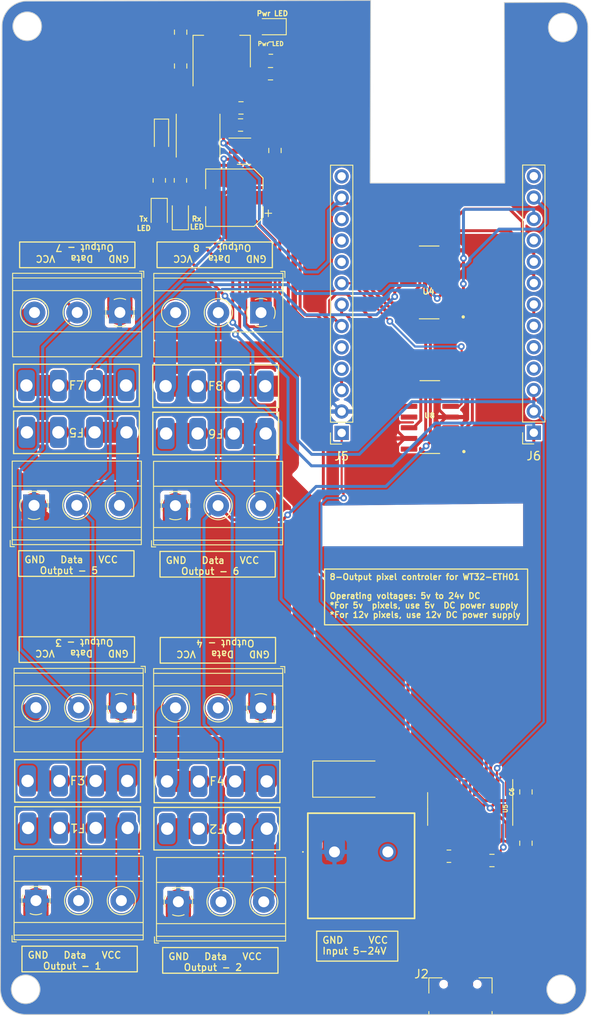
<source format=kicad_pcb>
(kicad_pcb (version 20240108) (generator "pcbnew") (generator_version "8.0")
  (layers (0 "F.Cu" signal) (31 "B.Cu" signal) (34 "B.Paste" user) (35 "F.Paste" user) (36 "B.SilkS" user "B.Silkscreen") (37 "F.SilkS" user "F.Silkscreen") (38 "B.Mask" user) (39 "F.Mask" user) (44 "Edge.Cuts" user))
  (net 0 "")
  (net 1 "RPP")
  (net 2 "GND")
  (net 3 "Net-(U1-SW)")
  (net 4 "Net-(U1-BST)")
  (net 5 "VOUT")
  (net 6 "VIN")
  (net 7 "Net-(D2-K)")
  (net 8 "3V3")
  (net 9 "Net-(JST1-Pin_3)")
  (net 10 "Net-(JST2-Pin_3)")
  (net 11 "Net-(JST5-Pin_3)")
  (net 12 "3.3V")
  (net 13 "Port-1")
  (net 14 "Port-2")
  (net 15 "Net-(JST6-Pin_3)")
  (net 16 "Net-(JST3-Pin_3)")
  (net 17 "EN")
  (net 18 "Net-(JST7-Pin_3)")
  (net 19 "RxOut")
  (net 20 "Net-(D3-A)")
  (net 21 "TxOut")
  (net 22 "Net-(D4-A)")
  (net 23 "Net-(D5-A)")
  (net 24 "Net-(J2-D-)")
  (net 25 "Net-(J2-D+)")
  (net 27 "DTR")
  (net 28 "IO0")
  (net 36 "Net-(JST4-Pin_3)")
  (net 37 "Port-8")
  (net 38 "Port-5")
  (net 39 "Output-3")
  (net 40 "Output-4")
  (net 41 "Port-4")
  (net 42 "Port-3")
  (net 43 "Output-1")
  (net 44 "Output-2")
  (net 45 "Port-7")
  (net 46 "Port-6")
  (net 47 "Output-5")
  (net 48 "Output-6")
  (net 49 "Output-7")
  (net 50 "Output-8")
  (net 51 "Net-(JST8-Pin_3)")
  (footprint "Capacitor_SMD:C_0805_2012Metric_Pad1.18x1.45mm_HandSolder" (layer "F.Cu") (at 136.959597 128.184797 180)
    (property "Reference" "C12" (hide yes))
    (property "Value" "1uF")
  )
  (footprint "MicroUSB:USB_Micro-B_Unknown_5s_SMT" (layer "F.Cu") (at 133.215697 142.736097)
    (property "Reference" "J2")
    (property "Value" "USB")
  )
  (footprint "TerminalBlock_Phoenix:TerminalBlock_Phoenix_MKDS-1,5-3-5.08_1x03_P5.08mm_Horizontal" (layer "F.Cu") (at 92.700597 63.064497 180)
    (property "Reference" "JST7" (hide yes))
    (property "Value" "Output 7")
  )
  (footprint "TerminalBlock_Phoenix:TerminalBlock_Phoenix_MKDS-1,5-3-5.08_1x03_P5.08mm_Horizontal" (layer "F.Cu") (at 92.874997 110.015397 180)
    (property "Reference" "JST3" (hide yes))
    (property "Value" "Output 3")
  )
  (footprint "WT32-ETH-Fuse-Holder:MCCQ-122_MTC" (layer "F.Cu") (at 81.820897 118.726997)
    (property "Reference" "F3")
    (property "Value" "~")
  )
  (footprint "Capacitor_SMD:C_0805_2012Metric_Pad1.18x1.45mm_HandSolder" (layer "F.Cu") (at 141.002097 120.035297 90)
    (property "Reference" "C6")
    (property "Value" "100nF")
  )
  (footprint "TerminalBlock_Phoenix:TerminalBlock_Phoenix_MKDS-1,5-3-5.08_1x03_P5.08mm_Horizontal" (layer "F.Cu") (at 109.490997 63.081097 180)
    (property "Reference" "JST8" (hide yes))
    (property "Value" "Output 8")
  )
  (footprint "Package_TO_SOT_SMD:SOT-223-3_TabPin2" (layer "F.Cu") (at 104.812097 32.035297 90)
    (property "Reference" "U7" (hide yes))
    (property "Value" "AMS1117-3.3")
  )
  (footprint "LED_SMD:LED_0805_2012Metric_Pad1.15x1.40mm_HandSolder" (layer "F.Cu") (at 110.631097 29.103297 180)
    (property "Reference" "D2" (hide yes))
    (property "Value" "Pwr LED")
  )
  (footprint "SN74HC125DR:SOIC127P600X175-14N" (layer "F.Cu") (at 129.572097 75.490397 180)
    (property "Reference" "U8")
    (property "Value" "SN74HC125DR")
  )
  (footprint "Capacitor_SMD:C_0805_2012Metric_Pad1.18x1.45mm_HandSolder" (layer "F.Cu") (at 99.928597 33.774797 90)
    (property "Reference" "C5" (hide yes))
    (property "Value" "1uF")
  )
  (footprint "WT32-ETH-Fuse-Holder:MCCQ-122_MTC" (layer "F.Cu") (at 81.681697 71.736997)
    (property "Reference" "F7")
    (property "Value" "~")
  )
  (footprint "Diode_SMD:D_SOD-323_HandSoldering" (layer "F.Cu") (at 97.649597 42.091297 -90)
    (property "Reference" "D5" (hide yes))
    (property "Value" "SS14")
  )
  (footprint "Package_TO_SOT_SMD:TSOT-23-6" (layer "F.Cu") (at 107.470597 43.901297)
    (property "Reference" "U1" (hide yes))
    (property "Value" "AP63205WU")
  )
  (footprint "TerminalBlock_Phoenix:TerminalBlock_Phoenix_MKDS-1,5-3-5.08_1x03_P5.08mm_Horizontal" (layer "F.Cu") (at 109.473397 110.043197 180)
    (property "Reference" "JST4" (hide yes))
    (property "Value" "Output 4")
  )
  (footprint "WT32-ETH-Fuse-Holder:MCCQ-122_MTC" (layer "F.Cu") (at 98.241997 71.820497)
    (property "Reference" "F8")
    (property "Value" "~")
  )
  (footprint "Capacitor_SMD:C_0805_2012Metric_Pad1.18x1.45mm_HandSolder" (layer "F.Cu") (at 141.002097 126.131297 90)
    (property "Reference" "C7" (hide yes))
    (property "Value" "100nF")
  )
  (footprint "WT32-ETH-Fuse-Holder:MCCQ-122_MTC" (layer "F.Cu") (at 98.408997 118.782597)
    (property "Reference" "F4")
    (property "Value" "~")
  )
  (footprint "TerminalBlock_Phoenix:TerminalBlock_Phoenix_MKDS-1,5-3-5.08_1x03_P5.08mm_Horizontal" (layer "F.Cu") (at 99.303197 86.014997)
    (property "Reference" "JST6" (hide yes))
    (property "Value" "Output 6")
  )
  (footprint "Connector_PinSocket_2.54mm:PinSocket_1x13_P2.54mm_Vertical" (layer "F.Cu") (at 119.081743 77.370397 180)
    (property "Reference" "J5")
    (property "Value" "Conn_01x13_Socket")
  )
  (footprint "Diode_SMD:D_SMB_Handsoldering" (layer "F.Cu") (at 120.349597 118.511297)
    (property "Reference" "D1" (hide yes))
    (property "Value" "STR10100BF")
  )
  (footprint "SN74HC125DR:SOIC127P600X175-14N" (layer "F.Cu") (at 129.493597 59.490397 180)
    (property "Reference" "U4")
    (property "Value" "SN74HC125DR")
  )
  (footprint "WT32-ETH-Fuse-Holder:MCCQ-122_MTC" (layer "F.Cu") (at 93.526497 124.321297 180)
    (property "Reference" "F1")
    (property "Value" "~")
  )
  (footprint "Resistor_SMD:R_0805_2012Metric_Pad1.20x1.40mm_HandSolder" (layer "F.Cu") (at 131.842097 127.676797)
    (property "Reference" "R6" (hide yes))
    (property "Value" "120")
  )
  (footprint "TerminalBlock_Phoenix:TerminalBlock_Phoenix_MKDS-1,5-3-5.08_1x03_P5.08mm_Horizontal" (layer "F.Cu") (at 82.492397 85.987197)
    (property "Reference" "JST5" (hide yes))
    (property "Value" "Output 5")
  )
  (footprint "Capacitor_SMD:C_0805_2012Metric_Pad1.18x1.45mm_HandSolder" (layer "F.Cu") (at 111.148097 43.813797 90)
    (property "Reference" "C2" (hide yes))
    (property "Value" "100nF")
  )
  (footprint "Package_SO:SOP-16_3.9x9.9mm_P1.27mm" (layer "F.Cu") (at 134.372097 122.061997 -90)
    (property "Reference" "U5")
    (property "Value" "CH340C")
  )
  (footprint "WT32-ETH-Fuse-Holder:MCCQ-122_MTC" (layer "F.Cu") (at 93.387397 77.303497 180)
    (property "Reference" "F5")
    (property "Value" "~")
  )
  (footprint "TerminalBlock_Phoenix:TerminalBlock_Phoenix_MKDS-1,5-3-5.08_1x03_P5.08mm_Horizontal" (layer "F.Cu") (at 99.655397 133.088497)
    (property "Reference" "JST2" (hide yes))
    (property "Value" "Output 2" (hide yes))
  )
  (footprint "Resistor_SMD:R_0805_2012Metric_Pad1.20x1.40mm_HandSolder" (layer "F.Cu") (at 110.656097 31.643297)
    (property "Reference" "R1" (hide yes))
    (property "Value" "1K")
  )
  (footprint "Capacitor_SMD:C_0805_2012Metric_Pad1.18x1.45mm_HandSolder" (layer "F.Cu") (at 99.928597 29.753797 -90)
    (property "Reference" "C11" (hide yes))
    (property "Value" "22uF")
  )
  (footprint "Capacitor_SMD:C_0805_2012Metric_Pad1.18x1.45mm_HandSolder" (layer "F.Cu") (at 107.105597 38.755297)
    (property "Reference" "C3" (hide yes))
    (property "Value" "22uF")
  )
  (footprint "Resistor_SMD:R_0805_2012Metric_Pad1.20x1.40mm_HandSolder" (layer "F.Cu") (at 99.903697 47.363997 -90)
    (property "Reference" "R2" (hide yes))
    (property "Value" "1K")
  )
  (footprint "Connector_PinSocket_2.54mm:PinSocket_1x13_P2.54mm_Vertical" (layer "F.Cu") (at 141.93848 77.350186 180)
    (property "Reference" "J6")
    (property "Value" "Conn_01x13_Socket")
  )
  (footprint "Capacitor_SMD:C_0805_2012Metric_Pad1.18x1.45mm_HandSolder" (layer "F.Cu") (at 110.618597 34.691297)
    (property "Reference" "C10" (hide yes))
    (property "Value" "10uF")
  )
  (footprint "Inductor_SMD:L_Taiyo-Yuden_MD-5050" (layer "F.Cu") (at 102.004097 42.049297 90)
    (property "Reference" "L1" (hide yes))
    (property "Value" "4.7uH")
  )
  (footprint "Capacitor_SMD:CP_Elec_6.3x5.4" (layer "F.Cu") (at 106.316097 49.423297 180)
    (property "Reference" "C1" (hide yes))
    (property "Value" "100uF")
  )
  (footprint "WT32-ETH-Fuse-Holder:MCCQ-122_MTC" (layer "F.Cu") (at 109.947697 77.442597 180)
    (property "Reference" "F6")
    (property "Value" "~")
  )
  (footprint "LED_SMD:LED_0805_2012Metric_Pad1.15x1.40mm_HandSolder" (layer "F.Cu") (at 99.893797 51.379497 90)
    (property "Reference" "D3" (hide yes))
    (property "Value" "Tx")
  )
  (footprint "Capacitor_SMD:C_0805_2012Metric_Pad1.18x1.45mm_HandSolder" (layer "F.Cu") (at 107.055297 40.787297)
    (property "Reference" "C4" (hide yes))
    (property "Value" "22uF")
  )
  (footprint "Resistor_SMD:R_0805_2012Metric_Pad1.20x1.40mm_HandSolder" (layer "F.Cu") (at 97.388897 47.363997 -90)
    (property "Reference" "R3" (hide yes))
    (property "Value" "1K")
  )
  (footprint "WT32-ETH-Fuse-Holder:MCCQ-122_MTC" (layer "F.Cu") (at 110.080197 124.404797 180)
    (property "Reference" "F2")
    (property "Value" "~")
  )
  (footprint "TerminalBlock_Phoenix:TerminalBlock_Phoenix_MKDS-1,5-3-5.08_1x03_P5.08mm_Horizontal" (layer "F.Cu") (at 82.714997 132.949297)
    (property "Reference" "JST1" (hide yes))
    (property "Value" "Output 1" (hide yes))
  )
  (footprint "LED_SMD:LED_0805_2012Metric_Pad1.15x1.40mm_HandSolder" (layer "F.Cu") (at 97.378997 51.361497 -90)
    (property "Reference" "D4" (hide yes))
    (property "Value" "Rx" (hide yes))
  )
  (footprint "SamacSys_Parts:1714955" (layer "F.Cu") (at 118.226797 127.161997)
    (property "Reference" "J1" (hide yes))
    (property "Value" "4.5-28V Power Input" (hide yes))
  )
  (gr_line (start 122.480821 47.681312) (end 138.480821 47.681312) (stroke (width 0.1)) (layer "Edge.Cuts"))
  (gr_line (start 81.724801 26.050326) (end 122.530821 25.981312) (stroke (width 0.1)) (layer "Edge.Cuts"))
  (gr_line (start 81.488997 146.491043) (end 145.195441 146.489812) (stroke (width 0.1)) (layer "Edge.Cuts"))
  (gr_arc (start 148.195483 143.491043) (mid 147.316769 145.612) (end 145.195441 146.489812) (stroke (width 0.1)) (layer "Edge.Cuts"))
  (gr_circle (center 81.488997 143.491043) (end 83.188997 143.491043) (stroke (width 0.1)) (fill none) (layer "Edge.Cuts"))
  (gr_arc (start 145.430429 26.205028) (mid 147.528991 27.110437) (end 148.38082 29.231312) (stroke (width 0.1)) (layer "Edge.Cuts"))
  (gr_circle (center 81.679566 29.055312) (end 83.379566 29.055312) (stroke (width 0.1)) (fill none) (layer "Edge.Cuts"))
  (gr_line (start 138.480821 47.681312) (end 138.430821 26.231312) (stroke (width 0.1)) (layer "Edge.Cuts"))
  (gr_circle (center 145.380821 29.204735) (end 147.080821 29.204735) (stroke (width 0.1)) (fill none) (layer "Edge.Cuts"))
  (gr_line (start 138.430821 26.231312) (end 145.430429 26.205028) (stroke (width 0.1)) (layer "Edge.Cuts"))
  (gr_line (start 122.530821 25.981312) (end 122.480821 47.681312) (stroke (width 0.1)) (layer "Edge.Cuts"))
  (gr_arc (start 78.674336 29.031312) (mid 79.579072 26.905847) (end 81.724801 26.050326) (stroke (width 0.1)) (layer "Edge.Cuts"))
  (gr_line (start 148.195483 143.491043) (end 148.38082 29.231312) (stroke (width 0.1)) (layer "Edge.Cuts"))
  (gr_arc (start 81.488997 146.491043) (mid 79.349767 145.594315) (end 78.489428 143.440203) (stroke (width 0.1)) (layer "Edge.Cuts"))
  (gr_circle (center 145.196714 143.491043) (end 146.896714 143.491043) (stroke (width 0.1)) (fill none) (layer "Edge.Cuts"))
  (gr_line (start 78.674336 29.031312) (end 78.489428 143.440203) (stroke (width 0.1)) (layer "Edge.Cuts"))
  (gr_text "Pwr LED" (at 108.90126 27.885645 0) (layer "F.SilkS") (effects (font (size 0.6 0.6)) (justify left bottom)))
  (gr_text "Rx" (at 101.179827 52.286369 0) (layer "F.SilkS") (effects (font (size 0.6 0.6) (thickness 0.15) (bold yes)) (justify left bottom)))
  (gr_text "LED" (at 100.957168 53.239497 0) (layer "F.SilkS") (effects (font (size 0.6 0.6) (thickness 0.15) (bold yes)) (justify left bottom)))
  (gr_text "Tx" (at 94.945362 52.302863 0) (layer "F.SilkS") (effects (font (size 0.6 0.6) (thickness 0.15) (bold yes)) (justify left bottom)))
  (gr_text "LED" (at 94.631989 53.399667 0) (layer "F.SilkS") (effects (font (size 0.6 0.6) (thickness 0.15) (bold yes)) (justify left bottom)))
  (gr_text_box "8-Output pixel controler for WT32-ETH01\n\nOperating voltages: 5v to 24v DC\n*For 5v  pixels, use 5v  DC power supply\n*For 12v pixels, use 12v DC power supply" (start 117.048997 93.551276) (end 141.204397 100.179276) (layer "F.SilkS") (effects (font (size 0.7 0.7)) (justify left top)) (border yes) (stroke (width 0.15)))
  (gr_text_box "GND   Data   VCC\n   Output - 7" (start 94.489323 57.737276) (end 80.773323 54.689276) (angle 1260) (layer "F.SilkS") (effects (font (size 0.8 0.8)) (justify left top)) (border yes) (stroke (width 0.15)))
  (gr_text_box "GND   Data   VCC\n   Output - 4" (start 111.216618 104.727276) (end 97.500618 101.679276) (angle 1620) (layer "F.SilkS") (effects (font (size 0.8 0.8) (thickness 0.15) (bold yes)) (justify left top)) (border yes) (stroke (width 0.15)))
  (gr_text_box "GND   Data   VCC\n   Output - 8" (start 110.838184 57.737276) (end 97.122184 54.689276) (angle 1260) (layer "F.SilkS") (effects (font (size 0.8 0.8) (thickness 0.15) (bold yes)) (justify left top)) (border yes) (stroke (width 0.15)))
  (gr_text_box "GND     VCC\nInput 5-24V" (start 116.110063 136.584428) (end 125.762063 140.140428) (angle 2520) (layer "F.SilkS") (effects (font (size 0.8 0.8)) (justify left top)) (border yes) (stroke (width 0.15)))
  (gr_text_box "GND   Data   VCC\n   Output - 2" (start 97.790163 138.529422) (end 111.506163 141.577422) (angle 2520) (layer "F.SilkS") (effects (font (size 0.8 0.8) (thickness 0.15) (bold yes)) (justify left top)) (border yes) (stroke (width 0.15)))
  (gr_text_box "GND   Data   VCC\n   Output - 3" (start 94.433659 104.643779) (end 80.717659 101.595779) (angle 1620) (layer "F.SilkS") (effects (font (size 0.8 0.8)) (justify left top)) (border yes) (stroke (width 0.15)))
  (gr_text_box "GND   Data   VCC\n   Output - 6" (start 97.472785 91.455925) (end 111.188785 94.503925) (angle 1440) (layer "F.SilkS") (effects (font (size 0.8 0.8) (thickness 0.15) (bold yes)) (justify left top)) (border yes) (stroke (width 0.15)))
  (gr_text_box "GND   Data   VCC\n   Output - 1" (start 81.051648 138.362428) (end 94.767648 141.410428) (angle 5040) (layer "F.SilkS") (effects (font (size 0.8 0.8)) (justify left top)) (border yes) (stroke (width 0.15)))
  (gr_text_box "GND   Data   VCC\n   Output - 5" (start 80.661994 91.372428) (end 94.377994 94.420428) (angle 1080) (layer "F.SilkS") (effects (font (size 0.8 0.8)) (justify left top)) (border yes) (stroke (width 0.15)))
  (segment (start 105.115997 44.851297) (end 105.067897 44.803197) (width 0.35) (layer "F.Cu") (net 1))
  (segment (start 111.968997 67.750197) (end 111.716797 67.750197) (width 2.5) (layer "F.Cu") (net 1))
  (segment (start 100.073097 77.442597) (end 101.947697 77.442597) (width 0.35) (layer "F.Cu") (net 1))
  (segment (start 91.556497 71.736997) (end 89.681697 71.736997) (width 0.35) (layer "F.Cu") (net 1))
  (segment (start 93.570897 116.628197) (end 93.570897 118.726997) (width 2.5) (layer "F.Cu") (net 1))
  (segment (start 83.651497 124.321197) (end 83.651597 124.321297) (width 0.35) (layer "F.Cu") (net 1))
  (segment (start 111.716797 67.750197) (end 111.716797 52.023997) (width 0.35) (layer "F.Cu") (net 1))
  (segment (start 100.072697 77.442197) (end 100.073097 77.442597) (width 0.35) (layer "F.Cu") (net 1))
  (segment (start 98.197697 77.442597) (end 98.197697 77.442197) (width 2.5) (layer "F.Cu") (net 1))
  (segment (start 85.387397 77.303497) (end 85.387397 77.303197) (width 0.35) (layer "F.Cu") (net 1))
  (segment (start 112.747697 71.560197) (end 112.487597 71.820197) (width 2.5) (layer "F.Cu") (net 1))
  (segment (start 100.072697 77.442197) (end 101.947697 77.442197) (width 2.5) (layer "F.Cu") (net 1))
  (segment (start 91.556697 71.737197) (end 91.556497 71.736997) (width 0.35) (layer "F.Cu") (net 1))
  (segment (start 117.048997 114.740197) (end 109.428997 114.740197) (width 2.5) (layer "F.Cu") (net 1))
  (segment (start 108.283997 118.782197) (end 108.283597 118.782597) (width 0.35) (layer "F.Cu") (net 1))
  (segment (start 99.268997 81.720197) (end 98.197697 80.649197) (width 2.5) (layer "F.Cu") (net 1))
  (segment (start 109.428997 114.740197) (end 95.458997 114.740197) (width 2.5) (layer "F.Cu") (net 1))
  (segment (start 81.637397 77.303497) (end 81.637397 77.303197) (width 2.5) (layer "F.Cu") (net 1))
  (segment (start 95.458997 114.740197) (end 93.570897 116.628197) (width 2.5) (layer "F.Cu") (net 1))
  (segment (start 108.116997 71.820197) (end 108.116697 71.820497) (width 0.35) (layer "F.Cu") (net 1))
  (segment (start 82.758997 128.710197) (end 81.776497 127.728197) (width 2.5) (layer "F.Cu") (net 1))
  (segment (start 83.651497 124.321197) (end 85.526497 124.321197) (width 2.5) (layer "F.Cu") (net 1))
  (segment (start 97.998997 128.710197) (end 98.330197 128.379197) (width 2.5) (layer "F.Cu") (net 1))
  (segment (start 117.048997 114.740197) (end 114.508997 112.200197) (width 2.5) (layer "F.Cu") (net 1))
  (segment (start 91.695897 118.727197) (end 89.820897 118.727197) (width 2.5) (layer "F.Cu") (net 1))
  (segment (start 111.716797 67.750197) (end 95.458997 67.750197) (width 2.5) (layer "F.Cu") (net 1))
  (segment (start 98.330197 124.404797) (end 98.330197 124.405197) (width 0.35) (layer "F.Cu") (net 1))
  (segment (start 116.098797 118.511197) (end 117.649597 118.511197) (width 2.5) (layer "F.Cu") (net 1))
  (segment (start 93.431697 71.736997) (end 93.431697 71.737197) (width 2.5) (layer "F.Cu") (net 1))
  (segment (start 110.158997 118.782597) (end 110.158997 118.782197) (width 0.35) (layer "F.Cu") (net 1))
  (segment (start 106.408997 118.782197) (end 108.283997 118.782197) (width 2.5) (layer "F.Cu") (net 1))
  (segment (start 83.651597 124.321297) (end 85.526497 124.321297) (width 0.35) (layer "F.Cu") (net 1))
  (segment (start 93.570897 118.726997) (end 93.570897 118.727197) (width 2.5) (layer "F.Cu") (net 1))
  (segment (start 106.333097 44.851297) (end 105.115997 44.851297) (width 0.35) (layer "F.Cu") (net 1))
  (segment (start 98.330197 128.379197) (end 98.330197 124.405197) (width 2.5) (layer "F.Cu") (net 1))
  (segment (start 111.968997 82.990197) (end 111.968997 81.720197) (width 2.5) (layer "F.Cu") (net 1))
  (segment (start 106.333097 44.851297) (end 106.333097 43.901297) (width 0.35) (layer "F.Cu") (net 1))
  (segment (start 102.080197 124.404797) (end 102.080197 124.405197) (width 0.35) (layer "F.Cu") (net 1))
  (segment (start 97.998997 128.710197) (end 113.238997 128.710197) (width 2.5) (layer "F.Cu") (net 1))
  (segment (start 98.197697 77.442197) (end 100.072697 77.442197) (width 2.5) (layer "F.Cu") (net 1))
  (segment (start 91.556697 71.737197) (end 89.681697 71.737197) (width 2.5) (layer "F.Cu") (net 1))
  (segment (start 98.330197 124.405197) (end 102.080197 124.405197) (width 2.5) (layer "F.Cu") (net 1))
  (segment (start 112.747697 80.942197) (end 112.747697 71.560197) (width 2.5) (layer "F.Cu") (net 1))
  (segment (start 110.158997 115.470197) (end 109.428997 114.740197) (width 2.5) (layer "F.Cu") (net 1))
  (segment (start 116.098897 118.511297) (end 117.649597 118.511297) (width 0.35) (layer "F.Cu") (net 1))
  (segment (start 108.283997 118.782197) (end 110.158997 118.782197) (width 2.5) (layer "F.Cu") (net 1))
  (segment (start 114.508997 112.200197) (end 114.508997 85.530197) (width 2.5) (layer "F.Cu") (net 1))
  (segment (start 112.747697 71.560197) (end 112.747697 68.529197) (width 2.5) (layer "F.Cu") (net 1))
  (segment (start 109.991997 71.820497) (end 109.991997 71.820197) (width 0.35) (layer "F.Cu") (net 1))
  (segment (start 91.695697 118.726997) (end 89.820897 118.726997) (width 0.35) (layer "F.Cu") (net 1))
  (segment (start 109.991997 71.820197) (end 108.116997 71.820197) (width 2.5) (layer "F.Cu") (net 1))
  (segment (start 82.758997 81.720197) (end 81.637397 80.599197) (width 2.5) (layer "F.Cu") (net 1))
  (segment (start 112.487597 71.820197) (end 109.991997 71.820197) (width 2.5) (layer "F.Cu") (net 1))
  (segment (start 114.548097 118.511197) (end 116.098797 118.511197) (width 2.5) (layer "F.Cu") (net 1))
  (segment (start 93.431697 69.778197) (end 93.431697 71.736997) (width 2.5) (layer "F.Cu") (net 1))
  (segment (start 113.238997 128.710197) (end 114.508997 127.440197) (width 2.5) (layer "F.Cu") (net 1))
  (segment (start 110.158997 118.782197) (end 110.158997 115.470197) (width 2.5) (layer "F.Cu") (net 1))
  (segment (start 108.116697 71.820497) (end 106.241997 71.820497) (width 0.35) (layer "F.Cu") (net 1))
  (segment (start 116.098797 118.511197) (end 116.098897 118.511297) (width 0.35) (layer "F.Cu") (net 1))
  (segment (start 93.431697 71.737197) (end 91.556697 71.737197) (width 2.5) (layer "F.Cu") (net 1))
  (segment (start 117.649597 115.341197) (end 117.048997 114.740197) (width 2.5) (layer "F.Cu") (net 1))
  (segment (start 81.776497 124.321297) (end 81.776497 124.321197) (width 2.5) (layer "F.Cu") (net 1))
  (segment (start 111.716797 52.023997) (end 109.116097 49.423297) (width 0.35) (layer "F.Cu") (net 1))
  (segment (start 112.747697 68.529197) (end 111.968997 67.750197) (width 2.5) (layer "F.Cu") (net 1))
  (segment (start 81.776497 127.728197) (end 81.776497 124.321297) (width 2.5) (layer "F.Cu") (net 1))
  (segment (start 114.508997 85.530197) (end 111.968997 82.990197) (width 2.5) (layer "F.Cu") (net 1))
  (segment (start 114.508997 118.550197) (end 114.548097 118.511197) (width 2.5) (layer "F.Cu") (net 1))
  (segment (start 95.458997 67.750197) (end 93.431697 69.778197) (width 2.5) (layer "F.Cu") (net 1))
  (segment (start 98.197697 80.649197) (end 98.197697 77.442597) (width 2.5) (layer "F.Cu") (net 1))
  (segment (start 97.998997 128.710197) (end 82.758997 128.710197) (width 2.5) (layer "F.Cu") (net 1))
  (segment (start 108.283597 118.782597) (end 106.408997 118.782597) (width 0.35) (layer "F.Cu") (net 1))
  (segment (start 108.116997 71.820197) (end 106.241997 71.820197) (width 2.5) (layer "F.Cu") (net 1))
  (segment (start 81.637397 80.599197) (end 81.637397 77.303497) (width 2.5) (layer "F.Cu") (net 1))
  (segment (start 99.268997 81.720197) (end 82.758997 81.720197) (width 2.5) (layer "F.Cu") (net 1))
  (segment (start 111.968997 81.720197) (end 112.747697 80.942197) (width 2.5) (layer "F.Cu") (net 1))
  (segment (start 117.649597 118.511197) (end 117.649597 115.341197) (width 2.5) (layer "F.Cu") (net 1))
  (segment (start 114.508997 127.440197) (end 114.508997 118.550197) (width 2.5) (layer "F.Cu") (net 1))
  (segment (start 81.776497 124.321197) (end 83.651497 124.321197) (width 2.5) (layer "F.Cu") (net 1))
  (segment (start 81.637397 77.303197) (end 85.387397 77.303197) (width 2.5) (layer "F.Cu") (net 1))
  (segment (start 91.695897 118.727197) (end 91.695697 118.726997) (width 0.35) (layer "F.Cu") (net 1))
  (segment (start 93.570897 118.727197) (end 91.695897 118.727197) (width 2.5) (layer "F.Cu") (net 1))
  (segment (start 111.968997 81.720197) (end 99.268997 81.720197) (width 2.5) (layer "F.Cu") (net 1))
  (via (at 105.067897 44.803197) (size 0.8) (drill 0.4) (layers "F.Cu" "B.Cu") (net 1))
  (segment (start 105.067897 54.196197) (end 105.067897 44.803197) (width 0.35) (layer "B.Cu") (net 1))
  (segment (start 89.681697 71.736997) (end 89.681697 69.582397) (width 0.35) (layer "B.Cu") (net 1))
  (segment (start 89.681697 69.582397) (end 105.067897 54.196197) (width 0.35) (layer "B.Cu") (net 1))
  (segment (start 112.878497 131.413197) (end 103.005997 131.413197) (width 0.35) (layer "F.Cu") (net 2))
  (segment (start 129.007897 58.116497) (end 129.007897 60.538497) (width 0.35) (layer "F.Cu") (net 2))
  (segment (start 119.079597 74.841497) (end 120.454897 74.841497) (width 0.35) (layer "F.Cu") (net 2))
  (segment (start 92.700597 35.728172) (end 98.783034 29.645735) (width 0.25) (layer "F.Cu") (net 2))
  (segment (start 99.655397 133.088497) (end 97.980097 133.088497) (width 0.35) (layer "F.Cu") (net 2))
  (segment (start 131.968597 55.680397) (end 131.443997 55.680397) (width 0.35) (layer "F.Cu") (net 2))
  (segment (start 134.351097 61.472997) (end 134.351097 59.240097) (width 0.35) (layer "F.Cu") (net 2))
  (segment (start 118.226797 127.161997) (end 116.876497 127.161997) (width 0.35) (layer "F.Cu") (net 2))
  (segment (start 120.454897 74.841497) (end 125.736397 74.841497) (width 0.35) (layer "F.Cu") (net 2))
  (segment (start 109.473397 107.768628) (end 109.316769 107.612) (width 3) (layer "F.Cu") (net 2))
  (segment (start 130.686397 78.553297) (end 130.686397 76.347197) (width 0.35) (layer "F.Cu") (net 2))
  (segment (start 132.015697 145.036097) (end 129.265697 145.036097) (width 0.35) (layer "F.Cu") (net 2))
  (segment (start 126.473497 58.220397) (end 127.018597 58.220397) (width 0.35) (layer "F.Cu") (net 2))
  (segment (start 126.586697 78.030397) (end 125.736397 78.880697) (width 0.35) (layer "F.Cu") (net 2))
  (segment (start 99.655397 133.088497) (end 99.655397 135.450628) (width 3) (layer "F.Cu") (net 2))
  (segment (start 82.492397 85.987197) (end 84.167697 85.987197) (width 0.35) (layer "F.Cu") (net 2))
  (segment (start 142.109797 123.986097) (end 141.002097 125.093797) (width 0.35) (layer "F.Cu") (net 2))
  (segment (start 99.400297 27.500697) (end 98.649597 28.251397) (width 0.35) (layer "F.Cu") (net 2))
  (segment (start 99.303197 86.014997) (end 99.303197 87.690297) (width 0.35) (layer "F.Cu") (net 2))
  (segment (start 132.523697 63.300397) (end 134.351097 61.472997) (width 0.35) (layer "F.Cu") (net 2))
  (segment (start 92.874997 110.015397) (end 94.550297 110.015397) (width 0.35) (layer "F.Cu") (net 2))
  (segment (start 133.763597 55.680397) (end 131.968597 55.680397) (width 0.35) (layer "F.Cu") (net 2))
  (segment (start 102.512097 35.185297) (end 102.512097 33.809997) (width 0.35) (layer "F.Cu") (net 2))
  (segment (start 118.226797 129.522028) (end 118.316769 129.612) (width 3) (layer "F.Cu") (net 2))
  (segment (start 92.700597 60.112) (end 92.700597 50.007697) (width 0.35) (layer "F.Cu") (net 2))
  (segment (start 134.515697 141.498397) (end 134.515697 141.743997) (width 0.35) (layer "F.Cu") (net 2))
  (segment (start 134.378097 56.294897) (end 133.763597 55.680397) (width 0.35) (layer "F.Cu") (net 2))
  (segment (start 142.103497 126.195197) (end 141.002097 125.093797) (width 0.35) (layer "F.Cu") (net 2))
  (segment (start 99.928597 30.791297) (end 99.928597 32.737297) (width 0.35) (layer "F.Cu") (net 2))
  (segment (start 130.686397 72.518997) (end 130.686397 74.633597) (width 0.35) (layer "F.Cu") (net 2))
  (segment (start 131.842097 126.915597) (end 132.185297 126.572397) (width 0.35) (layer "F.Cu") (net 2))
  (segment (start 101.439397 32.737297) (end 99.928597 32.737297) (width 0.35) (layer "F.Cu") (net 2))
  (segment (start 108.143097 38.755297) (end 108.143097 40.736997) (width 0.35) (layer "F.Cu") (net 2))
  (segment (start 92.700597 50.007697) (end 92.596897 49.903997) (width 0.35) (layer "F.Cu") (net 2))
  (segment (start 107.676397 28.264797) (end 106.912297 27.500697) (width 0.35) (layer "F.Cu") (net 2))
  (segment (start 82.714997 132.949297) (end 82.714997 135.510228) (width 3) (layer "F.Cu") (net 2))
  (segment (start 89.903997 91.723497) (end 92.874997 91.723497) (width 0.35) (layer "F.Cu") (net 2))
  (segment (start 126.041097 80.011197) (end 129.228497 80.011197) (width 0.35) (layer "F.Cu") (net 2))
  (segment (start 95.269997 91.723497) (end 99.303197 87.690297) (width 0.35) (layer "F.Cu") (net 2))
  (segment (start 108.608097 45.539897) (end 108.608097 44.851297) (width 0.35) (layer "F.Cu") (net 2))
  (segment (start 142.109797 120.105497) (end 142.109797 123.986097) (width 0.35) (layer "F.Cu") (net 2))
  (segment (start 98.783034 29.645735) (end 99.928597 30.791297) (width 0.35) (layer "F.Cu") (net 2))
  (segment (start 129.007897 60.538497) (end 127.515997 62.030397) (width 0.35) (layer "F.Cu") (net 2))
  (segment (start 134.351097 59.240097) (end 133.992497 58.881497) (width 0.35) (layer "F.Cu") (net 2))
  (segment (start 131.968597 71.601897) (end 131.968597 63.300397) (width 0.35) (layer "F.Cu") (net 2))
  (segment (start 112.257297 42.168897) (end 110.825397 40.736997) (width 0.35) (layer "F.Cu") (net 2))
  (segment (start 135.350597 141.743997) (end 137.165697 143.559097) (width 0.35) (layer "F.Cu") (net 2))
  (segment (start 92.874997 91.723497) (end 92.874997 106.612) (width 0.35) (layer "F.Cu") (net 2))
  (segment (start 116.876497 127.161997) (end 116.876497 127.415197) (width 0.35) (layer "F.Cu") (net 2))
  (segment (start 131.968597 63.300397) (end 132.523697 63.300397) (width 0.35) (layer "F.Cu") (net 2))
  (segment (start 108.893597 45.825397) (end 111.896097 45.825397) (width 0.35) (layer "F.Cu") (net 2))
  (segment (start 125.736397 74.841497) (end 125.736397 77.180097) (width 0.35) (layer "F.Cu") (net 2))
  (segment (start 112.257297 45.464197) (end 112.257297 42.168897) (width 0.35) (layer "F.Cu") (net 2))
  (segment (start 109.656097 31.643297) (end 109.656097 32.691297) (width 0.35) (layer "F.Cu") (net 2))
  (segment (start 131.603497 71.601897) (end 130.686397 72.518997) (width 0.35) (layer "F.Cu") (net 2))
  (segment (start 104.120397 50.027597) (end 103.516097 49.423297) (width 0.35) (layer "F.Cu") (net 2))
  (segment (start 99.303197 86.014997) (end 99.303197 89.098428) (width 3) (layer "F.Cu") (net 2))
  (segment (start 106.912297 27.500697) (end 99.400297 27.500697) (width 0.35) (layer "F.Cu") (net 2))
  (segment (start 109.656097 32.691297) (end 111.656097 34.691297) (width 0.35) (layer "F.Cu") (net 2))
  (segment (start 134.515697 131.127897) (end 131.842097 128.454297) (width 0.35) (layer "F.Cu") (net 2))
  (segment (start 92.874997 91.723497) (end 95.269997 91.723497) (width 0.35) (layer "F.Cu") (net 2))
  (segment (start 142.103497 127.767897) (end 142.103497 126.195197) (width 0.35) (layer "F.Cu") (net 2))
  (segment (start 133.992497 58.881497) (end 133.214597 58.881497) (width 0.35) (layer "F.Cu") (net 2))
  (segment (start 125.736397 79.706497) (end 126.041097 80.011197) (width 0.35) (layer "F.Cu") (net 2))
  (segment (start 131.968597 71.601897) (end 131.603497 71.601897) (width 0.35) (layer "F.Cu") (net 2))
  (segment (start 126.357497 74.220397) (end 127.097097 74.220397) (width 0.35) (layer "F.Cu") (net 2))
  (segment (start 82.492397 87.287628) (end 83.316769 88.112) (width 3) (layer "F.Cu") (net 2))
  (segment (start 88.054634 89.874135) (end 89.903997 91.723497) (width 0.35) (layer "F.Cu") (net 2))
  (segment (start 106.080097 111.761197) (end 96.296097 111.761197) (width 0.35) (layer "F.Cu") (net 2))
  (segment (start 132.047097 79.300397) (end 131.433497 79.300397) (width 0.35) (layer "F.Cu") (net 2))
  (segment (start 108.143097 40.736997) (end 108.092797 40.787297) (width 0.35) (layer "F.Cu") (net 2))
  (segment (start 125.736397 74.841497) (end 126.357497 74.220397) (width 0.35) (layer "F.Cu") (net 2))
  (segment (start 96.443997 134.624597) (end 86.065597 134.624597) (width 0.35) (layer "F.Cu") (net 2))
  (segment (start 82.492397 85.987197) (end 82.492397 87.287628) (width 3) (layer "F.Cu") (net 2))
  (segment (start 134.415697 145.036097) (end 137.165697 145.036097) (width 0.35) (layer "F.Cu") (net 2))
  (segment (start 131.433497 79.300397) (end 130.686397 78.553297) (width 0.35) (layer "F.Cu") (net 2))
  (segment (start 131.443997 55.680397) (end 129.007897 58.116497) (width 0.35) (layer "F.Cu") (net 2))
  (segment (start 99.655397 133.088497) (end 101.330697 133.088497) (width 0.35) (layer "F.Cu") (net 2))
  (segment (start 99.303197 89.098428) (end 99.316769 89.112) (width 3) (layer "F.Cu") (net 2))
  (segment (start 140.553797 129.317597) (end 142.103497 127.767897) (width 0.35) (layer "F.Cu") (net 2))
  (segment (start 129.228497 80.011197) (end 130.686397 78.553297) (width 0.35) (layer "F.Cu") (net 2))
  (segment (start 111.896097 45.825397) (end 112.257297 45.464197) (width 0.35) (layer "F.Cu") (net 2))
  (segment (start 132.047097 71.680397) (end 131.968597 71.601897) (width 0.35) (layer "F.Cu") (net 2))
  (segment (start 124.605397 60.088497) (end 126.473497 58.220397) (width 0.35) (layer "F.Cu") (net 2))
  (segment (start 102.512097 33.809997) (end 101.439397 32.737297) (width 0.35) (layer "F.Cu") (net 2))
  (segment (start 98.649597 28.251397) (end 98.649597 29.512297) (width 0.35) (layer "F.Cu") (net 2))
  (segment (start 134.309697 126.572397) (end 135.922097 128.184797) (width 0.35) (layer "F.Cu") (net 2))
  (segment (start 96.296097 111.761197) (end 94.550297 110.015397) (width 0.35) (layer "F.Cu") (net 2))
  (segment (start 86.065597 134.624597) (end 84.390297 132.949297) (width 0.35) (layer "F.Cu") (net 2))
  (segment (start 103.005997 131.413197) (end 101.330697 133.088497) (width 0.35) (layer "F.Cu") (net 2))
  (segment (start 109.473397 110.043197) (end 107.798097 110.043197) (width 0.35) (layer "F.Cu") (net 2))
  (segment (start 135.922097 128.184797) (end 137.054897 129.317597) (width 0.35) (layer "F.Cu") (net 2))
  (segment (start 114.923297 129.368397) (end 112.878497 131.413197) (width 0.35) (layer "F.Cu") (net 2))
  (segment (start 132.605697 59.490397) (end 131.968597 59.490397) (width 0.35) (layer "F.Cu") (net 2))
  (segment (start 118.316769 129.612) (end 118.316769 124.612) (width 3) (layer "F.Cu") (net 2))
  (segment (start 133.992497 58.881497) (end 134.378097 58.495897) (width 0.35) (layer "F.Cu") (net 2))
  (segment (start 110.825397 40.736997) (end 108.143097 40.736997) (width 0.35) (layer "F.Cu") (net 2))
  (segment (start 130.686397 74.633597) (end 131.543197 75.490397) (width 0.35) (layer "F.Cu") (net 2))
  (segment (start 125.736397 78.880697) (end 125.736397 79.706497) (width 0.35) (layer "F.Cu") (net 2))
  (segment (start 98.649597 29.512297) (end 98.783034 29.645735) (width 0.35) (layer "F.Cu") (net 2))
  (segment (start 92.700597 63.064497) (end 92.700597 60.112) (width 3) (layer "F.Cu") (net 2))
  (segment (start 84.167697 85.987197) (end 88.054634 89.874135) (width 0.35) (layer "F.Cu") (net 2))
  (segment (start 137.054897 129.317597) (end 140.553797 129.317597) (width 0.35) (layer "F.Cu") (net 2))
  (segment (start 134.515697 141.498397) (end 134.515697 140.860797) (width 0.35) (layer "F.Cu") (net 2))
  (segment (start 109.656097 31.643297) (end 107.676397 29.663597) (width 0.35) (layer "F.Cu") (net 2))
  (segment (start 92.874997 110.015397) (end 92.874997 106.612) (width 3) (layer "F.Cu") (net 2))
  (segment (start 141.002097 118.997797) (end 142.109797 120.105497) (width 0.35) (layer "F.Cu") (net 2))
  (segment (start 107.798097 110.043197) (end 106.080097 111.761197) (width 0.35) (layer "F.Cu") (net 2))
  (segment (start 107.676397 29.663597) (end 107.676397 28.264797) (width 0.35) (layer "F.Cu") (net 2))
  (segment (start 129.265697 145.036097) (end 129.265697 143.710797) (width 0.35) (layer "F.Cu") (net 2))
  (segment (start 109.490997 63.081097) (end 109.490997 55.398197) (width 2.5) (layer "F.Cu") (net 2))
  (segment (start 111.656097 35.242297) (end 111.656097 34.691297) (width 0.35) (layer "F.Cu") (net 2))
  (segment (start 134.515697 140.860797) (end 134.515697 131.127897) (width 0.35) (layer "F.Cu") (net 2))
  (segment (start 108.608097 45.539897) (end 108.893597 45.825397) (width 0.35) (layer "F.Cu") (net 2))
  (segment (start 116.876497 127.415197) (end 114.923297 129.368397) (width 0.35) (layer "F.Cu") (net 2))
  (segment (start 109.490997 55.398197) (end 104.120397 50.027597) (width 0.35) (layer "F.Cu") (net 2))
  (segment (start 109.490997 55.398197) (end 103.516097 49.423297) (width 2.5) (layer "F.Cu") (net 2))
  (segment (start 125.151297 62.030397) (end 124.605397 61.484497) (width 0.35) (layer "F.Cu") (net 2))
  (segment (start 134.515697 141.743997) (end 135.350597 141.743997) (width 0.35) (layer "F.Cu") (net 2))
  (segment (start 138.817097 119.561997) (end 139.381297 118.997797) (width 0.35) (layer "F.Cu") (net 2))
  (segment (start 118.226797 127.161997) (end 118.226797 129.522028) (width 3) (layer "F.Cu") (net 2))
  (segment (start 108.143097 38.755297) (end 111.656097 35.242297) (width 0.35) (layer "F.Cu") (net 2))
  (segment (start 134.515697 142.136097) (end 134.515697 141.743997) (width 0.35) (layer "F.Cu") (net 2))
  (segment (start 127.515997 62.030397) (end 127.018597 62.030397) (width 0.35) (layer "F.Cu") (net 2))
  (segment (start 114.923297 129.368397) (end 129.265697 143.710797) (width 0.35) (layer "F.Cu") (net 2))
  (segment (start 130.686397 76.347197) (end 131.543197 75.490397) (width 0.35) (layer "F.Cu") (net 2))
  (segment (start 82.714997 132.949297) (end 84.390297 132.949297) (width 0.35) (layer "F.Cu") (net 2))
  (segment (start 124.605397 61.484497) (end 124.605397 60.088497) (width 0.35) (layer "F.Cu") (net 2))
  (segment (start 97.980097 133.088497) (end 96.443997 134.624597) (width 0.35) (layer "F.Cu") (net 2))
  (segment (start 131.543197 75.490397) (end 132.047097 75.490397) (width 0.35) (layer "F.Cu") (net 2))
  (segment (start 131.842097 128.454297) (end 131.842097 126.915597) (width 0.35) (layer "F.Cu") (net 2))
  (segment (start 133.214597 58.881497) (end 132.605697 59.490397) (width 0.35) (layer "F.Cu") (net 2))
  (segment (start 126.586697 78.030397) (end 127.097097 78.030397) (width 0.35) (layer "F.Cu") (net 2))
  (segment (start 104.120397 50.027597) (end 108.608097 45.539897) (width 0.35) (layer "F.Cu") (net 2))
  (segment (start 139.381297 118.997797) (end 141.002097 118.997797) (width 0.35) (layer "F.Cu") (net 2))
  (segment (start 125.736397 77.180097) (end 126.586697 78.030397) (width 0.35) (layer "F.Cu") (net 2))
  (segment (start 127.018597 62.030397) (end 125.151297 62.030397) (width 0.35) (layer "F.Cu") (net 2))
  (segment (start 132.185297 126.572397) (end 134.309697 126.572397) (width 0.35) (layer "F.Cu") (net 2))
  (segment (start 137.165697 143.559097) (end 137.165697 145.036097) (width 0.35) (layer "F.Cu") (net 2))
  (segment (start 134.378097 58.495897) (end 134.378097 56.294897) (width 0.35) (layer "F.Cu") (net 2))
  (segment (start 132.015697 145.036097) (end 134.415697 145.036097) (width 0.35) (layer "F.Cu") (net 2))
  (segment (start 92.700597 50.007697) (end 92.700597 35.728172) (width 0.25) (layer "F.Cu") (net 2))
  (segment (start 109.473397 110.043197) (end 109.473397 107.768628) (width 3) (layer "F.Cu") (net 2))
  (segment (start 99.655397 135.950628) (end 99.816769 136.112) (width 2.5) (layer "B.Cu") (net 2))
  (segment (start 82.492397 85.987197) (end 82.492397 84.311897) (width 0.35) (layer "B.Cu") (net 2))
  (segment (start 118.226797 120.471897) (end 118.226797 123.112) (width 0.35) (layer "B.Cu") (net 2))
  (segment (start 109.473397 110.043197) (end 109.473397 111.718497) (width 0.35) (layer "B.Cu") (net 2))
  (segment (start 99.303197 86.014997) (end 99.303197 89.098428) (width 2.5) (layer "B.Cu") (net 2))
  (segment (start 99.655397 133.088497) (end 99.655397 135.950628) (width 2.5) (layer "B.Cu") (net 2))
  (segment (start 92.700597 64.739797) (end 87.731997 69.708397) (width 0.35) (layer "B.Cu") (net 2))
  (segment (start 82.714997 132.949297) (end 82.714997 136.510228) (width 2.5) (layer "B.Cu") (net 2))
  (segment (start 119.079597 74.841497) (end 117.206997 72.968897) (width 0.35) (layer "B.Cu") (net 2))
  (segment (start 117.206997 72.968897) (end 117.206997 72.121197) (width 0.35) (layer "B.Cu") (net 2))
  (segment (start 92.700597 63.064497) (end 92.700597 60.228172) (width 2.5) (layer "B.Cu") (net 2))
  (segment (start 117.206997 72.121197) (end 116.117297 71.031497) (width 0.35) (layer "B.Cu") (net 2))
  (segment (start 109.785866 63.081097) (end 111.816769 65.112) (width 2.5) (layer "B.Cu") (net 2))
  (segment (start 92.700597 63.064497) (end 92.700597 64.739797) (width 0.35) (layer "B.Cu") (net 2))
  (segment (start 92.874997 110.015397) (end 92.874997 106.670228) (width 2.5) (layer "B.Cu") (net 2))
  (segment (start 109.490997 63.081097) (end 109.785866 63.081097) (width 2.5) (layer "B.Cu") (net 2))
  (segment (start 109.473397 106.955372) (end 109.816769 106.612) (width 2.5) (layer "B.Cu") (net 2))
  (segment (start 109.473397 111.718497) (end 118.226797 120.471897) (width 0.35) (layer "B.Cu") (net 2))
  (segment (start 87.731997 79.072297) (end 82.492397 84.311897) (width 0.35) (layer "B.Cu") (net 2))
  (segment (start 82.441997 86.037597) (end 82.441997 89.112) (width 2.5) (layer "B.Cu") (net 2))
  (segment (start 87.731997 69.708397) (end 87.731997 79.072297) (width 0.35) (layer "B.Cu") (net 2))
  (segment (start 109.490997 65.602697) (end 109.490997 63.081097) (width 0.35) (layer "B.Cu") (net 2))
  (segment (start 109.473397 110.043197) (end 109.473397 106.955372) (width 2.5) (layer "B.Cu") (net 2))
  (segment (start 92.874997 106.670228) (end 92.816769 106.612) (width 2.5) (layer "B.Cu") (net 2))
  (segment (start 118.226797 123.112) (end 118.226797 127.161997) (width 2.5) (layer "B.Cu") (net 2))
  (segment (start 116.117297 71.031497) (end 114.919797 71.031497) (width 0.35) (layer "B.Cu") (net 2))
  (segment (start 82.492397 85.987197) (end 82.441997 86.037597) (width 2.5) (layer "B.Cu") (net 2))
  (segment (start 92.700597 60.228172) (end 92.816769 60.112) (width 2.5) (layer "B.Cu") (net 2))
  (segment (start 114.919797 71.031497) (end 109.490997 65.602697) (width 0.35) (layer "B.Cu") (net 2))
  (segment (start 108.608097 43.901297) (end 110.198097 43.901297) (width 0.35) (layer "F.Cu") (net 3))
  (segment (start 107.506997 45.119697) (end 107.506997 44.485497) (width 0.35) (layer "F.Cu") (net 3))
  (segment (start 107.046897 45.579797) (end 107.506997 45.119697) (width 0.35) (layer "F.Cu") (net 3))
  (segment (start 102.609297 45.579797) (end 107.046897 45.579797) (width 0.35) (layer "F.Cu") (net 3))
  (segment (start 110.198097 43.901297) (end 111.148097 44.851297) (width 0.35) (layer "F.Cu") (net 3))
  (segment (start 102.004097 43.849297) (end 102.004097 44.974597) (width 0.35) (layer "F.Cu") (net 3))
  (segment (start 102.004097 44.974597) (end 102.609297 45.579797) (width 0.35) (layer "F.Cu") (net 3))
  (segment (start 108.091197 43.901297) (end 108.608097 43.901297) (width 0.35) (layer "F.Cu") (net 3))
  (segment (start 107.506997 44.485497) (end 108.091197 43.901297) (width 0.35) (layer "F.Cu") (net 3))
  (segment (start 108.783097 42.776297) (end 111.148097 42.776297) (width 0.35) (layer "F.Cu") (net 4))
  (segment (start 108.608097 42.951297) (end 108.783097 42.776297) (width 0.35) (layer "F.Cu") (net 4))
  (segment (start 120.482797 50.844697) (end 120.482797 58.166397) (width 0.35) (layer "F.Cu") (net 5))
  (segment (start 105.017397 40.787297) (end 105.019397 40.787297) (width 0.35) (layer "F.Cu") (net 5))
  (segment (start 98.936797 40.841297) (end 97.649597 40.841297) (width 0.35) (layer "F.Cu") (net 5))
  (segment (start 104.479397 40.249297) (end 105.017397 40.787297) (width 0.35) (layer "F.Cu") (net 5))
  (segment (start 102.004097 40.249297) (end 100.595397 40.249297) (width 0.35) (layer "F.Cu") (net 5))
  (segment (start 100.595397 40.249297) (end 99.528797 40.249297) (width 0.35) (layer "F.Cu") (net 5))
  (segment (start 127.590797 79.300397) (end 127.097097 79.300397) (width 0.35) (layer "F.Cu") (net 5))
  (segment (start 105.019397 42.929397) (end 106.311197 42.929397) (width 0.35) (layer "F.Cu") (net 5))
  (segment (start 119.079597 49.441497) (end 120.482797 50.844697) (width 0.35) (layer "F.Cu") (net 5))
  (segment (start 107.112097 35.185297) (end 109.087097 35.185297) (width 0.35) (layer "F.Cu") (net 5))
  (segment (start 102.004097 40.249297) (end 104.479397 40.249297) (width 0.35) (layer "F.Cu") (net 5))
  (segment (start 105.019397 40.787297) (end 106.017797 40.787297) (width 0.35) (layer "F.Cu") (net 5))
  (segment (start 105.019397 40.787297) (end 105.019397 42.929397) (width 0.35) (layer "F.Cu") (net 5))
  (segment (start 106.017797 40.787297) (end 106.068097 40.736997) (width 0.35) (layer "F.Cu") (net 5))
  (segment (start 129.081397 65.363197) (end 129.081397 77.809797) (width 0.35) (layer "F.Cu") (net 5))
  (segment (start 107.112097 35.185297) (end 107.112097 36.560597) (width 0.35) (layer "F.Cu") (net 5))
  (segment (start 106.068097 40.736997) (end 106.068097 38.755297) (width 0.35) (layer "F.Cu") (net 5))
  (segment (start 125.616797 63.300397) (end 127.018597 63.300397) (width 0.35) (layer "F.Cu") (net 5))
  (segment (start 100.595397 35.479097) (end 99.928597 34.812297) (width 0.35) (layer "F.Cu") (net 5))
  (segment (start 99.528797 40.249297) (end 98.936797 40.841297) (width 0.35) (layer "F.Cu") (net 5))
  (segment (start 106.068097 37.604597) (end 107.112097 36.560597) (width 0.35) (layer "F.Cu") (net 5))
  (segment (start 120.482797 58.166397) (end 125.616797 63.300397) (width 0.35) (layer "F.Cu") (net 5))
  (segment (start 100.595397 40.249297) (end 100.595397 35.479097) (width 0.35) (layer "F.Cu") (net 5))
  (segment (start 129.081397 77.809797) (end 127.590797 79.300397) (width 0.35) (layer "F.Cu") (net 5))
  (segment (start 109.087097 35.185297) (end 109.581097 34.691297) (width 0.35) (layer "F.Cu") (net 5))
  (segment (start 106.068097 38.755297) (end 106.068097 37.604597) (width 0.35) (layer "F.Cu") (net 5))
  (segment (start 127.018597 63.300397) (end 129.081397 65.363197) (width 0.35) (layer "F.Cu") (net 5))
  (segment (start 106.311197 42.929397) (end 106.333097 42.951297) (width 0.35) (layer "F.Cu") (net 5))
  (via (at 105.019397 42.929397) (size 0.8) (drill 0.4) (layers "F.Cu" "B.Cu") (net 5))
  (segment (start 116.232897 58.247297) (end 114.788297 58.247297) (width 0.35) (layer "B.Cu") (net 5))
  (segment (start 119.079597 49.441497) (end 119.079597 50.161397) (width 0.35) (layer "B.Cu") (net 5))
  (segment (start 114.788297 58.247297) (end 109.294897 52.753897) (width 0.35) (layer "B.Cu") (net 5))
  (segment (start 117.496197 56.983997) (end 116.232897 58.247297) (width 0.35) (layer "B.Cu") (net 5))
  (segment (start 117.496197 50.954997) (end 117.496197 56.983997) (width 0.35) (layer "B.Cu") (net 5))
  (segment (start 119.079597 50.161397) (end 118.289797 50.161397) (width 0.35) (layer "B.Cu") (net 5))
  (segment (start 109.294897 52.753897) (end 109.294897 47.204897) (width 0.35) (layer "B.Cu") (net 5))
  (segment (start 109.294897 47.204897) (end 105.019397 42.929397) (width 0.35) (layer "B.Cu") (net 5))
  (segment (start 118.289797 50.161397) (end 117.496197 50.954997) (width 0.35) (layer "B.Cu") (net 5))
  (segment (start 124.576797 127.161997) (end 124.576797 122.268197) (width 2.5) (layer "F.Cu") (net 6))
  (segment (start 124.576797 122.268197) (end 123.049597 120.741197) (width 2.5) (layer "F.Cu") (net 6))
  (segment (start 123.049597 120.741197) (end 123.049597 118.511297) (width 2.5) (layer "F.Cu") (net 6))
  (segment (start 111.656097 31.643297) (end 111.656097 29.103297) (width 0.35) (layer "F.Cu") (net 7))
  (segment (start 111.220397 32.896197) (end 110.656097 32.331897) (width 0.35) (layer "F.Cu") (net 8))
  (segment (start 116.177397 63.411497) (end 114.909197 63.411497) (width 0.35) (layer "F.Cu") (net 8))
  (segment (start 117.704197 64.938297) (end 116.177397 63.411497) (width 0.35) (layer "F.Cu") (net 8))
  (segment (start 110.656097 30.153297) (end 109.606097 29.103297) (width 0.35) (layer "F.Cu") (net 8))
  (segment (start 118.565397 71.126197) (end 117.704197 70.264997) (width 0.35) (layer "F.Cu") (net 8))
  (segment (start 117.704197 70.264997) (end 117.704197 64.938297) (width 0.35) (layer "F.Cu") (net 8))
  (segment (start 110.656097 32.331897) (end 110.656097 30.153297) (width 0.35) (layer "F.Cu") (net 8))
  (segment (start 111.559197 32.896197) (end 111.220397 32.896197) (width 0.35) (layer "F.Cu") (net 8))
  (segment (start 114.909197 63.411497) (end 114.137397 62.639697) (width 0.35) (layer "F.Cu") (net 8))
  (segment (start 119.079597 72.301497) (end 119.079597 71.126197) (width 0.35) (layer "F.Cu") (net 8))
  (segment (start 119.079597 71.126197) (end 118.565397 71.126197) (width 0.35) (layer "F.Cu") (net 8))
  (segment (start 114.137397 62.639697) (end 114.137397 35.474397) (width 0.35) (layer "F.Cu") (net 8))
  (segment (start 114.137397 35.474397) (end 111.559197 32.896197) (width 0.35) (layer "F.Cu") (net 8))
  (segment (start 92.676497 124.321197) (end 93.626497 124.321197) (width 2.5) (layer "F.Cu") (net 9))
  (segment (start 92.676597 124.321297) (end 93.626497 124.321297) (width 0.35) (layer "F.Cu") (net 9))
  (segment (start 92.676497 124.321197) (end 92.676597 124.321297) (width 0.35) (layer "F.Cu") (net 9))
  (segment (start 91.251397 124.321297) (end 89.826497 124.321297) (width 0.35) (layer "F.Cu") (net 9))
  (segment (start 91.251497 124.321197) (end 91.251397 124.321297) (width 0.35) (layer "F.Cu") (net 9))
  (segment (start 91.251497 124.321197) (end 92.676497 124.321197) (width 2.5) (layer "F.Cu") (net 9))
  (segment (start 89.826497 124.321197) (end 91.251497 124.321197) (width 2.5) (layer "F.Cu") (net 9))
  (segment (start 93.626497 132.198197) (end 92.874997 132.949197) (width 2.5) (layer "B.Cu") (net 9))
  (segment (start 92.874997 132.949297) (end 92.874997 132.949197) (width 0.35) (layer "B.Cu") (net 9))
  (segment (start 93.626497 124.321297) (end 93.626497 132.198197) (width 2.5) (layer "B.Cu") (net 9))
  (segment (start 109.230597 124.404797) (end 110.180197 124.404797) (width 0.35) (layer "F.Cu") (net 10))
  (segment (start 106.380197 124.405197) (end 107.805197 124.405197) (width 2.5) (layer "F.Cu") (net 10))
  (segment (start 109.230197 124.405197) (end 109.230597 124.404797) (width 0.35) (layer "F.Cu") (net 10))
  (segment (start 109.230197 124.405197) (end 110.180197 124.405197) (width 2.5) (layer "F.Cu") (net 10))
  (segment (start 107.805197 124.405197) (end 109.230197 124.405197) (width 2.5) (layer "F.Cu") (net 10))
  (segment (start 107.804797 124.404797) (end 106.380197 124.404797) (width 0.35) (layer "F.Cu") (net 10))
  (segment (start 107.805197 124.405197) (end 107.804797 124.404797) (width 0.35) (layer "F.Cu") (net 10))
  (segment (start 109.815397 133.088197) (end 109.815397 133.088497) (width 0.35) (layer "B.Cu") (net 10))
  (segment (start 109.815397 124.769197) (end 110.180197 124.405197) (width 2.5) (layer "B.Cu") (net 10))
  (segment (start 109.815397 133.088197) (end 109.815397 124.769197) (width 2.5) (layer "B.Cu") (net 10))
  (segment (start 110.180197 124.404797) (end 110.180197 124.405197) (width 0.35) (layer "B.Cu") (net 10))
  (segment (start 91.112397 77.303197) (end 92.537397 77.303197) (width 2.5) (layer "F.Cu") (net 11))
  (segment (start 92.537397 77.303197) (end 93.487397 77.303197) (width 2.5) (layer "F.Cu") (net 11))
  (segment (start 92.537397 77.303197) (end 92.537697 77.303497) (width 0.35) (layer "F.Cu") (net 11))
  (segment (start 92.537697 77.303497) (end 93.487397 77.303497) (width 0.35) (layer "F.Cu") (net 11))
  (segment (start 89.687397 77.303197) (end 91.112397 77.303197) (width 2.5) (layer "F.Cu") (net 11))
  (segment (start 91.112397 77.303197) (end 91.112097 77.303497) (width 0.35) (layer "F.Cu") (net 11))
  (segment (start 91.112097 77.303497) (end 89.687397 77.303497) (width 0.35) (layer "F.Cu") (net 11))
  (segment (start 93.487397 77.303497) (end 93.487397 85.152197) (width 2.5) (layer "B.Cu") (net 11))
  (segment (start 93.487397 85.152197) (end 92.652397 85.987197) (width 2.5) (layer "B.Cu") (net 11))
  (segment (start 100.732497 33.833797) (end 101.145797 34.247097) (width 0.35) (layer "F.Cu") (net 12))
  (segment (start 103.674397 28.885297) (end 100.097597 28.885297) (width 0.35) (layer "F.Cu") (net 12))
  (segment (start 138.817097 123.880197) (end 136.892297 121.955397) (width 0.35) (layer "F.Cu") (net 12))
  (segment (start 136.892297 121.955397) (end 136.730697 121.955397) (width 0.35) (layer "F.Cu") (net 12))
  (segment (start 138.817097 124.561997) (end 138.817097 124.983797) (width 0.35) (layer "F.Cu") (net 12))
  (segment (start 137.613297 121.072797) (end 136.730697 121.955397) (width 0.35) (layer "F.Cu") (net 12))
  (segment (start 100.546597 51.379497) (end 99.200397 51.379497) (width 0.35) (layer "F.Cu") (net 12))
  (segment (start 106.955097 65.145897) (end 106.955097 57.787997) (width 0.35) (layer "F.Cu") (net 12))
  (segment (start 99.200397 51.379497) (end 98.817397 50.996497) (width 0.35) (layer "F.Cu") (net 12))
  (segment (start 101.145797 34.247097) (end 101.145797 36.145197) (width 0.35) (layer "F.Cu") (net 12))
  (segment (start 106.441397 65.659597) (end 106.955097 65.145897) (width 0.35) (layer "F.Cu") (net 12))
  (segment (start 135.007097 120.035897) (end 136.043997 121.072797) (width 0.35) (layer "F.Cu") (net 12))
  (segment (start 97.604197 48.579297) (end 99.514897 46.668597) (width 0.35) (layer "F.Cu") (net 12))
  (segment (start 104.243197 28.885297) (end 104.243197 35.185297) (width 0.35) (layer "F.Cu") (net 12))
  (segment (start 136.043997 121.072797) (end 141.002097 121.072797) (width 0.35) (layer "F.Cu") (net 12))
  (segment (start 104.243197 35.762597) (end 104.243197 35.185297) (width 0.35) (layer "F.Cu") (net 12))
  (segment (start 97.604197 48.579297) (end 97.388897 48.363997) (width 0.35) (layer "F.Cu") (net 12))
  (segment (start 103.445097 36.560697) (end 104.243197 35.762597) (width 0.35) (layer "F.Cu") (net 12))
  (segment (start 98.817397 49.792497) (end 97.604197 48.579297) (width 0.35) (layer "F.Cu") (net 12))
  (segment (start 104.812097 35.185297) (end 104.243197 35.185297) (width 0.35) (layer "F.Cu") (net 12))
  (segment (start 96.750697 36.280497) (end 99.197397 33.833797) (width 0.35) (layer "F.Cu") (net 12))
  (segment (start 104.812097 28.885297) (end 104.243197 28.885297) (width 0.35) (layer "F.Cu") (net 12))
  (segment (start 106.955097 57.787997) (end 100.546597 51.379497) (width 0.35) (layer "F.Cu") (net 12))
  (segment (start 101.145797 36.145197) (end 101.561297 36.560697) (width 0.35) (layer "F.Cu") (net 12))
  (segment (start 138.817097 124.561997) (end 138.817097 123.880197) (width 0.35) (layer "F.Cu") (net 12))
  (segment (start 99.197397 33.833797) (end 100.732497 33.833797) (width 0.35) (layer "F.Cu") (net 12))
  (segment (start 101.561297 36.560697) (end 103.445097 36.560697) (width 0.35) (layer "F.Cu") (net 12))
  (segment (start 138.817097 124.983797) (end 141.002097 127.168797) (width 0.35) (layer "F.Cu") (net 12))
  (segment (start 104.243197 28.885297) (end 103.674397 28.885297) (width 0.35) (layer "F.Cu") (net 12))
  (segment (start 96.750697 43.904397) (end 96.750697 36.280497) (width 0.35) (layer "F.Cu") (net 12))
  (segment (start 99.903697 46.363997) (end 99.599097 46.668597) (width 0.35) (layer "F.Cu") (net 12))
  (segment (start 100.097597 28.885297) (end 99.928597 28.716297) (width 0.35) (layer "F.Cu") (net 12))
  (segment (start 98.817397 50.996497) (end 98.817397 49.792497) (width 0.35) (layer "F.Cu") (net 12))
  (segment (start 99.514897 46.668597) (end 96.750697 43.904397) (width 0.35) (layer "F.Cu") (net 12))
  (segment (start 135.007097 119.561997) (end 135.007097 120.035897) (width 0.35) (layer "F.Cu") (net 12))
  (segment (start 141.002097 121.072797) (end 137.613297 121.072797) (width 0.35) (layer "F.Cu") (net 12))
  (segment (start 99.599097 46.668597) (end 99.514897 46.668597) (width 0.35) (layer "F.Cu") (net 12))
  (via (at 136.730697 121.955397) (size 0.8) (drill 0.4) (layers "F.Cu" "B.Cu") (net 12))
  (via (at 106.441397 65.659597) (size 0.8) (drill 0.4) (layers "F.Cu" "B.Cu") (net 12))
  (segment (start 106.441397 65.659597) (end 108.522097 67.740297) (width 0.35) (layer "B.Cu") (net 12))
  (segment (start 108.522097 67.740297) (end 108.522097 73.450797) (width 0.35) (layer "B.Cu") (net 12))
  (segment (start 108.522097 73.450797) (end 109.232997 74.161697) (width 0.35) (layer "B.Cu") (net 12))
  (segment (start 111.879297 97.103997) (end 136.730697 121.955397) (width 0.35) (layer "B.Cu") (net 12))
  (segment (start 109.232997 74.161697) (end 109.902697 74.161697) (width 0.35) (layer "B.Cu") (net 12))
  (segment (start 111.879297 76.138297) (end 111.879297 97.103997) (width 0.35) (layer "B.Cu") (net 12))
  (segment (start 109.902697 74.161697) (end 111.879297 76.138297) (width 0.35) (layer "B.Cu") (net 12))
  (segment (start 132.491997 62.030397) (end 131.968597 62.030397) (width 0.35) (layer "F.Cu") (net 13))
  (segment (start 133.563397 59.663697) (end 133.563397 60.958997) (width 0.35) (layer "F.Cu") (net 13))
  (segment (start 133.563397 60.958997) (end 132.491997 62.030397) (width 0.35) (layer "F.Cu") (net 13))
  (via (at 133.563397 59.663697) (size 0.8) (drill 0.4) (layers "F.Cu" "B.Cu") (net 13))
  (segment (start 143.362597 50.864497) (end 141.939597 49.441497) (width 0.35) (layer "B.Cu") (net 13))
  (segment (start 134.348497 56.615597) (end 137.807197 53.156897) (width 0.35) (layer "B.Cu") (net 13))
  (segment (start 133.563397 57.412197) (end 133.563397 59.663697) (width 0.35) (layer "B.Cu") (net 13))
  (segment (start 137.807197 53.156897) (end 142.627497 53.156897) (width 0.35) (layer "B.Cu") (net 13))
  (segment (start 133.894297 57.412197) (end 134.348497 56.957997) (width 0.35) (layer "B.Cu") (net 13))
  (segment (start 142.627497 53.156897) (end 143.362597 52.421797) (width 0.35) (layer "B.Cu") (net 13))
  (segment (start 133.563397 57.412197) (end 133.894297 57.412197) (width 0.35) (layer "B.Cu") (net 13))
  (segment (start 143.362597 52.421797) (end 143.362597 50.864497) (width 0.35) (layer "B.Cu") (net 13))
  (segment (start 134.348497 56.957997) (end 134.348497 56.615597) (width 0.35) (layer "B.Cu") (net 13))
  (segment (start 132.538497 58.220397) (end 131.968597 58.220397) (width 0.35) (layer "F.Cu") (net 14))
  (segment (start 133.573197 57.185697) (end 132.538497 58.220397) (width 0.35) (layer "F.Cu") (net 14))
  (segment (start 133.573197 56.626797) (end 133.573197 57.185697) (width 0.35) (layer "F.Cu") (net 14))
  (via (at 133.573197 56.626797) (size 0.8) (drill 0.4) (layers "F.Cu" "B.Cu") (net 14))
  (segment (start 133.573197 50.962897) (end 133.573197 56.626797) (width 0.35) (layer "B.Cu") (net 14))
  (segment (start 141.939597 50.806197) (end 133.729897 50.806197) (width 0.35) (layer "B.Cu") (net 14))
  (segment (start 141.939597 51.981497) (end 141.939597 50.806197) (width 0.35) (layer "B.Cu") (net 14))
  (segment (start 133.729897 50.806197) (end 133.573197 50.962897) (width 0.35) (layer "B.Cu") (net 14))
  (segment (start 109.098097 77.442597) (end 110.047697 77.442597) (width 0.35) (layer "F.Cu") (net 15))
  (segment (start 106.247697 77.442197) (end 107.672697 77.442197) (width 2.5) (layer "F.Cu") (net 15))
  (segment (start 107.672297 77.442597) (end 106.247697 77.442597) (width 0.35) (layer "F.Cu") (net 15))
  (segment (start 109.097697 77.442197) (end 110.047697 77.442197) (width 2.5) (layer "F.Cu") (net 15))
  (segment (start 107.672697 77.442197) (end 107.672297 77.442597) (width 0.35) (layer "F.Cu") (net 15))
  (segment (start 109.097697 77.442197) (end 109.098097 77.442597) (width 0.35) (layer "F.Cu") (net 15))
  (segment (start 107.672697 77.442197) (end 109.097697 77.442197) (width 2.5) (layer "F.Cu") (net 15))
  (segment (start 110.047697 77.442597) (end 110.047697 85.430197) (width 2.5) (layer "B.Cu") (net 15))
  (segment (start 110.047697 85.430197) (end 109.463297 86.015097) (width 2.5) (layer "B.Cu") (net 15))
  (segment (start 109.463197 86.014997) (end 109.463297 86.015097) (width 0.35) (layer "B.Cu") (net 15))
  (segment (start 83.620897 118.727197) (end 81.720897 118.727197) (width 2.5) (layer "F.Cu") (net 16))
  (segment (start 82.714997 110.015397) (end 82.714897 110.015297) (width 0.35) (layer "F.Cu") (net 16))
  (segment (start 83.621097 118.726997) (end 85.520897 118.726997) (width 0.35) (layer "F.Cu") (net 16))
  (segment (start 85.520897 118.727197) (end 83.620897 118.727197) (width 2.5) (layer "F.Cu") (net 16))
  (segment (start 81.720897 111.009197) (end 82.714897 110.015297) (width 2.5) (layer "F.Cu") (net 16))
  (segment (start 81.720897 118.726997) (end 81.720897 111.009197) (width 2.5) (layer "F.Cu") (net 16))
  (segment (start 81.720897 118.727197) (end 81.720897 118.726997) (width 2.5) (layer "F.Cu") (net 16))
  (segment (start 83.620897 118.727197) (end 83.621097 118.726997) (width 0.35) (layer "F.Cu") (net 16))
  (segment (start 119.081743 84.376974) (end 119.081743 77.370397) (width 0.25) (layer "F.Cu") (net 17))
  (segment (start 136.277097 126.464797) (end 136.277097 124.561997) (width 0.35) (layer "F.Cu") (net 17))
  (segment (start 137.997097 128.184797) (end 137.997097 126.931672) (width 0.25) (layer "F.Cu") (net 17))
  (segment (start 119.316769 84.612) (end 119.081743 84.376974) (width 0.25) (layer "F.Cu") (net 17))
  (segment (start 137.997097 126.931672) (end 138.316769 126.612) (width 0.25) (layer "F.Cu") (net 17))
  (segment (start 137.997097 128.184797) (end 136.277097 126.464797) (width 0.35) (layer "F.Cu") (net 17))
  (segment (start 119.316769 85.112) (end 119.316769 84.612) (width 0.25) (layer "F.Cu") (net 17))
  (via (at 119.316769 85.112) (size 0.8) (drill 0.4) (layers "F.Cu" "B.Cu") (net 17))
  (via (at 138.316769 126.612) (size 0.8) (drill 0.4) (layers "F.Cu" "B.Cu") (net 17))
  (segment (start 116.668575 97.328046) (end 116.668575 85.760194) (width 0.25) (layer "B.Cu") (net 17))
  (segment (start 138.316769 126.612) (end 138.316769 118.97624) (width 0.25) (layer "B.Cu") (net 17))
  (segment (start 117.316769 85.112) (end 119.316769 85.112) (width 0.25) (layer "B.Cu") (net 17))
  (segment (start 138.316769 118.97624) (end 116.668575 97.328046) (width 0.25) (layer "B.Cu") (net 17))
  (segment (start 116.668575 85.760194) (end 117.316769 85.112) (width 0.25) (layer "B.Cu") (net 17))
  (segment (start 81.581697 71.736997) (end 81.581697 64.023197) (width 2.5) (layer "F.Cu") (net 18))
  (segment (start 81.581697 64.023197) (end 82.540497 63.064397) (width 2.5) (layer "F.Cu") (net 18))
  (segment (start 81.581697 71.737197) (end 81.581697 71.736997) (width 2.5) (layer "F.Cu") (net 18))
  (segment (start 83.481697 71.737197) (end 81.581697 71.737197) (width 2.5) (layer "F.Cu") (net 18))
  (segment (start 85.381697 71.737197) (end 83.481697 71.737197) (width 2.5) (layer "F.Cu") (net 18))
  (segment (start 83.481697 71.737197) (end 83.481897 71.736997) (width 0.35) (layer "F.Cu") (net 18))
  (segment (start 83.481897 71.736997) (end 85.381697 71.736997) (width 0.35) (layer "F.Cu") (net 18))
  (segment (start 82.540597 63.064497) (end 82.540497 63.064397) (width 0.35) (layer "F.Cu") (net 18))
  (segment (start 106.129597 64.251297) (end 106.129597 58.640297) (width 0.35) (layer "F.Cu") (net 19))
  (segment (start 141.939597 77.381497) (end 141.939597 91.439697) (width 0.35) (layer "F.Cu") (net 19))
  (segment (start 136.277097 97.102197) (end 136.277097 119.561997) (width 0.35) (layer "F.Cu") (net 19))
  (segment (start 106.129597 58.640297) (end 99.893797 52.404497) (width 0.35) (layer "F.Cu") (net 19))
  (segment (start 141.939597 91.439697) (end 136.277097 97.102197) (width 0.35) (layer "F.Cu") (net 19))
  (via (at 106.129597 64.251297) (size 0.8) (drill 0.4) (layers "F.Cu" "B.Cu") (net 19))
  (segment (start 125.127797 81.286197) (end 115.490966 81.286197) (width 0.35) (layer "B.Cu") (net 19))
  (segment (start 141.939597 77.381497) (end 141.939597 76.206197) (width 0.35) (layer "B.Cu") (net 19))
  (segment (start 130.207797 76.206197) (end 125.127797 81.286197) (width 0.35) (layer "B.Cu") (net 19))
  (segment (start 141.939597 76.206197) (end 130.207797 76.206197) (width 0.35) (layer "B.Cu") (net 19))
  (segment (start 115.490966 81.286197) (end 112.704697 78.499928) (width 0.35) (layer "B.Cu") (net 19))
  (segment (start 112.704697 70.826397) (end 106.129597 64.251297) (width 0.35) (layer "B.Cu") (net 19))
  (segment (start 112.704697 78.499928) (end 112.704697 70.826397) (width 0.35) (layer "B.Cu") (net 19))
  (segment (start 99.903697 50.344597) (end 99.893797 50.354497) (width 0.35) (layer "F.Cu") (net 20))
  (segment (start 99.903697 48.363997) (end 99.903697 50.344597) (width 0.35) (layer "F.Cu") (net 20))
  (segment (start 105.205997 61.107097) (end 98.817397 54.718497) (width 0.35) (layer "F.Cu") (net 21))
  (segment (start 98.817397 54.718497) (end 98.817397 51.774897) (width 0.35) (layer "F.Cu") (net 21))
  (segment (start 137.547097 119.561997) (end 137.547097 117.252791) (width 0.25) (layer "F.Cu") (net 21))
  (segment (start 137.547097 117.252791) (end 137.582861 117.217027) (width 0.25) (layer "F.Cu") (net 21))
  (segment (start 98.817397 51.774897) (end 97.378997 50.336497) (width 0.35) (layer "F.Cu") (net 21))
  (via (at 105.205997 61.107097) (size 0.8) (drill 0.4) (layers "F.Cu" "B.Cu") (net 21))
  (via (at 137.582861 117.217027) (size 0.8) (drill 0.4) (layers "F.Cu" "B.Cu") (net 21))
  (segment (start 127.435397 73.666197) (end 121.180097 79.921497) (width 0.35) (layer "B.Cu") (net 21))
  (segment (start 107.515897 63.416997) (end 105.205997 61.107097) (width 0.35) (layer "B.Cu") (net 21))
  (segment (start 143.11348 75.985186) (end 141.93848 74.810186) (width 0.25) (layer "B.Cu") (net 21))
  (segment (start 115.523597 79.921497) (end 113.839397 78.237297) (width 0.35) (layer "B.Cu") (net 21))
  (segment (start 121.180097 79.921497) (end 115.523597 79.921497) (width 0.35) (layer "B.Cu") (net 21))
  (segment (start 113.839397 70.918697) (end 107.515897 64.595197) (width 0.35) (layer "B.Cu") (net 21))
  (segment (start 141.939597 73.666197) (end 127.435397 73.666197) (width 0.35) (layer "B.Cu") (net 21))
  (segment (start 143.11348 111.686408) (end 143.11348 75.985186) (width 0.25) (layer "B.Cu") (net 21))
  (segment (start 141.939597 74.841497) (end 141.939597 73.666197) (width 0.35) (layer "B.Cu") (net 21))
  (segment (start 137.582861 117.217027) (end 143.11348 111.686408) (width 0.25) (layer "B.Cu") (net 21))
  (segment (start 107.515897 64.595197) (end 107.515897 63.416997) (width 0.35) (layer "B.Cu") (net 21))
  (segment (start 113.839397 78.237297) (end 113.839397 70.918697) (width 0.35) (layer "B.Cu") (net 21))
  (segment (start 96.298997 47.453897) (end 96.298997 51.306497) (width 0.35) (layer "F.Cu") (net 22))
  (segment (start 97.388897 46.363997) (end 96.298997 47.453897) (width 0.35) (layer "F.Cu") (net 22))
  (segment (start 96.298997 51.306497) (end 97.378997 52.386497) (width 0.35) (layer "F.Cu") (net 22))
  (segment (start 99.294697 44.986397) (end 97.649597 43.341297) (width 0.35) (layer "F.Cu") (net 23))
  (segment (start 126.971797 104.343597) (end 116.412497 93.784297) (width 0.35) (layer "F.Cu") (net 23))
  (segment (start 112.740397 50.098197) (end 110.868897 48.226697) (width 0.35) (layer "F.Cu") (net 23))
  (segment (start 116.898997 84.372997) (end 116.898997 66.706597) (width 0.35) (layer "F.Cu") (net 23))
  (segment (start 110.974197 64.756497) (end 108.032597 64.756497) (width 0.35) (layer "F.Cu") (net 23))
  (segment (start 131.915697 140.860797) (end 126.971797 135.916897) (width 0.35) (layer "F.Cu") (net 23))
  (segment (start 111.166397 54.501097) (end 111.166397 64.564297) (width 0.35) (layer "F.Cu") (net 23))
  (segment (start 116.143897 65.951497) (end 114.896597 65.951497) (width 0.35) (layer "F.Cu") (net 23))
  (segment (start 107.676697 57.306197) (end 101.057297 50.686797) (width 0.35) (layer "F.Cu") (net 23))
  (segment (start 126.971797 135.916897) (end 126.971797 104.343597) (width 0.35) (layer "F.Cu") (net 23))
  (segment (start 106.957297 48.604397) (end 106.957297 50.291997) (width 0.35) (layer "F.Cu") (net 23))
  (segment (start 106.957297 50.291997) (end 111.166397 54.501097) (width 0.35) (layer "F.Cu") (net 23))
  (segment (start 108.032597 64.756497) (end 107.676697 64.400597) (width 0.35) (layer "F.Cu") (net 23))
  (segment (start 110.868897 48.226697) (end 107.334997 48.226697) (width 0.35) (layer "F.Cu") (net 23))
  (segment (start 107.334997 48.226697) (end 106.957297 48.604397) (width 0.35) (layer "F.Cu") (net 23))
  (segment (start 101.057297 45.831897) (end 100.211797 44.986397) (width 0.35) (layer "F.Cu") (net 23))
  (segment (start 100.211797 44.986397) (end 99.294697 44.986397) (width 0.35) (layer "F.Cu") (net 23))
  (segment (start 101.057297 50.686797) (end 101.057297 45.831897) (width 0.35) (layer "F.Cu") (net 23))
  (segment (start 111.166397 64.564297) (end 110.974197 64.756497) (width 0.35) (layer "F.Cu") (net 23))
  (segment (start 116.412497 93.784297) (end 116.412497 84.859497) (width 0.35) (layer "F.Cu") (net 23))
  (segment (start 107.676697 64.400597) (end 107.676697 57.306197) (width 0.35) (layer "F.Cu") (net 23))
  (segment (start 114.896597 65.951497) (end 112.740397 63.795297) (width 0.35) (layer "F.Cu") (net 23))
  (segment (start 116.412497 84.859497) (end 116.898997 84.372997) (width 0.35) (layer "F.Cu") (net 23))
  (segment (start 116.898997 66.706597) (end 116.143897 65.951497) (width 0.35) (layer "F.Cu") (net 23))
  (segment (start 131.915697 142.136097) (end 131.915697 140.860797) (width 0.35) (layer "F.Cu") (net 23))
  (segment (start 112.740397 63.795297) (end 112.740397 50.098197) (width 0.35) (layer "F.Cu") (net 23))
  (segment (start 132.467097 120.040897) (end 131.350797 121.157197) (width 0.35) (layer "F.Cu") (net 24))
  (segment (start 130.760197 121.157197) (end 128.651397 123.265997) (width 0.35) (layer "F.Cu") (net 24))
  (segment (start 128.651397 123.265997) (end 128.651397 135.598697) (width 0.35) (layer "F.Cu") (net 24))
  (segment (start 132.467097 119.561997) (end 132.467097 120.040897) (width 0.35) (layer "F.Cu") (net 24))
  (segment (start 132.565697 139.512997) (end 132.565697 142.136097) (width 0.35) (layer "F.Cu") (net 24))
  (segment (start 131.350797 121.157197) (end 130.760197 121.157197) (width 0.35) (layer "F.Cu") (net 24))
  (segment (start 128.651397 135.598697) (end 132.565697 139.512997) (width 0.35) (layer "F.Cu") (net 24))
  (segment (start 129.201797 123.500697) (end 130.386397 122.316097) (width 0.35) (layer "F.Cu") (net 25))
  (segment (start 133.215697 131.788997) (end 129.201797 127.775097) (width 0.35) (layer "F.Cu") (net 25))
  (segment (start 133.737097 120.056997) (end 133.737097 119.561997) (width 0.35) (layer "F.Cu") (net 25))
  (segment (start 129.201797 127.775097) (end 129.201797 123.500697) (width 0.35) (layer "F.Cu") (net 25))
  (segment (start 131.477997 122.316097) (end 133.737097 120.056997) (width 0.35) (layer "F.Cu") (net 25))
  (segment (start 130.386397 122.316097) (end 131.477997 122.316097) (width 0.35) (layer "F.Cu") (net 25))
  (segment (start 133.215697 142.136097) (end 133.215697 131.788997) (width 0.35) (layer "F.Cu") (net 25))
  (segment (start 131.985297 125.993997) (end 130.842097 127.137197) (width 0.35) (layer "F.Cu") (net 27))
  (segment (start 134.091097 125.993997) (end 131.985297 125.993997) (width 0.35) (layer "F.Cu") (net 27))
  (segment (start 130.842097 127.137197) (end 130.842097 127.676797) (width 0.35) (layer "F.Cu") (net 27))
  (segment (start 135.007097 125.077997) (end 134.091097 125.993997) (width 0.35) (layer "F.Cu") (net 27))
  (segment (start 135.007097 124.561997) (end 135.007097 125.077997) (width 0.35) (layer "F.Cu") (net 27))
  (segment (start 135.042797 129.877497) (end 132.842097 127.676797) (width 0.35) (layer "F.Cu") (net 28))
  (segment (start 142.453797 73.476797) (end 143.885997 74.908997) (width 0.35) (layer "F.Cu") (net 28))
  (segment (start 143.885997 126.783797) (end 140.792297 129.877497) (width 0.35) (layer "F.Cu") (net 28))
  (segment (start 143.885997 74.908997) (end 143.885997 126.783797) (width 0.35) (layer "F.Cu") (net 28))
  (segment (start 141.939597 73.476797) (end 142.453797 73.476797) (width 0.35) (layer "F.Cu") (net 28))
  (segment (start 141.939597 72.301497) (end 141.939597 73.476797) (width 0.35) (layer "F.Cu") (net 28))
  (segment (start 140.792297 129.877497) (end 135.042797 129.877497) (width 0.35) (layer "F.Cu") (net 28))
  (segment (start 99.258997 118.782197) (end 99.258597 118.782597) (width 0.35) (layer "F.Cu") (net 36))
  (segment (start 100.683997 118.782197) (end 100.684397 118.782597) (width 0.35) (layer "F.Cu") (net 36))
  (segment (start 100.683997 118.782197) (end 99.258997 118.782197) (width 2.5) (layer "F.Cu") (net 36))
  (segment (start 99.258597 118.782597) (end 98.308997 118.782597) (width 0.35) (layer "F.Cu") (net 36))
  (segment (start 100.684397 118.782597) (end 102.108997 118.782597) (width 0.35) (layer "F.Cu") (net 36))
  (segment (start 99.258997 118.782197) (end 98.308997 118.782197) (width 2.5) (layer "F.Cu") (net 36))
  (segment (start 102.108997 118.782197) (end 100.683997 118.782197) (width 2.5) (layer "F.Cu") (net 36))
  (segment (start 98.308997 111.047197) (end 99.313397 110.043197) (width 2.5) (layer "B.Cu") (net 36))
  (segment (start 98.308997 118.782197) (end 98.308997 118.782597) (width 0.35) (layer "B.Cu") (net 36))
  (segment (start 98.308997 118.782197) (end 98.308997 111.047197) (width 2.5) (layer "B.Cu") (net 36))
  (segment (start 127.829697 68.995597) (end 127.829697 70.645297) (width 0.35) (layer "F.Cu") (net 37))
  (segment (start 119.705597 60.871497) (end 127.829697 68.995597) (width 0.35) (layer "F.Cu") (net 37))
  (segment (start 128.495497 71.311097) (end 128.495497 75.890897) (width 0.35) (layer "F.Cu") (net 37))
  (segment (start 117.649897 63.251797) (end 117.649897 61.650597) (width 0.35) (layer "F.Cu") (net 37))
  (segment (start 127.829697 70.645297) (end 128.495497 71.311097) (width 0.35) (layer "F.Cu") (net 37))
  (segment (start 128.495497 75.890897) (end 127.625997 76.760397) (width 0.35) (layer "F.Cu") (net 37))
  (segment (start 118.428997 60.871497) (end 119.705597 60.871497) (width 0.35) (layer "F.Cu") (net 37))
  (segment (start 117.649897 61.650597) (end 118.428997 60.871497) (width 0.35) (layer "F.Cu") (net 37))
  (segment (start 127.625997 76.760397) (end 127.097097 76.760397) (width 0.35) (layer "F.Cu") (net 37))
  (segment (start 119.079597 64.681497) (end 117.649897 63.251797) (width 0.35) (layer "F.Cu") (net 37))
  (segment (start 134.626397 76.000497) (end 134.626397 69.084797) (width 0.35) (layer "F.Cu") (net 38))
  (segment (start 140.066997 64.649897) (end 141.400097 63.316797) (width 0.35) (layer "F.Cu") (net 38))
  (segment (start 132.596497 78.030397) (end 134.626397 76.000497) (width 0.35) (layer "F.Cu") (net 38))
  (segment (start 137.759697 65.951497) (end 138.977297 65.951497) (width 0.35) (layer "F.Cu") (net 38))
  (segment (start 141.939597 62.141497) (end 141.939597 63.316797) (width 0.35) (layer "F.Cu") (net 38))
  (segment (start 141.400097 63.316797) (end 141.939597 63.316797) (width 0.35) (layer "F.Cu") (net 38))
  (segment (start 140.066997 64.861797) (end 140.066997 64.649897) (width 0.35) (layer "F.Cu") (net 38))
  (segment (start 132.047097 78.030397) (end 132.596497 78.030397) (width 0.35) (layer "F.Cu") (net 38))
  (segment (start 138.977297 65.951497) (end 140.066997 64.861797) (width 0.35) (layer "F.Cu") (net 38))
  (segment (start 134.626397 69.084797) (end 137.759697 65.951497) (width 0.35) (layer "F.Cu") (net 38))
  (segment (start 92.348297 26.948497) (end 80.461797 38.834997) (width 0.35) (layer "F.Cu") (net 39))
  (segment (start 80.461797 55.905697) (end 87.620597 63.064497) (width 0.35) (layer "F.Cu") (net 39))
  (segment (start 80.461797 38.834997) (end 80.461797 55.905697) (width 0.35) (layer "F.Cu") (net 39))
  (segment (start 111.171997 26.948497) (end 92.348297 26.948497) (width 0.35) (layer "F.Cu") (net 39))
  (segment (start 122.095397 37.871897) (end 111.171997 26.948497) (width 0.35) (layer "F.Cu") (net 39))
  (segment (start 122.095397 50.757197) (end 122.095397 37.871897) (width 0.35) (layer "F.Cu") (net 39))
  (segment (start 127.018597 55.680397) (end 122.095397 50.757197) (width 0.35) (layer "F.Cu") (net 39))
  (segment (start 83.512397 67.172697) (end 83.512397 79.225897) (width 0.35) (layer "B.Cu") (net 39))
  (segment (start 87.620597 63.064497) (end 83.512397 67.172697) (width 0.35) (layer "B.Cu") (net 39))
  (segment (start 80.816997 81.921297) (end 80.816997 103.037397) (width 0.35) (layer "B.Cu") (net 39))
  (segment (start 83.512397 79.225897) (end 80.816997 81.921297) (width 0.35) (layer "B.Cu") (net 39))
  (segment (start 80.816997 103.037397) (end 87.794997 110.015397) (width 0.35) (layer "B.Cu") (net 39))
  (segment (start 125.395297 60.617197) (end 125.395297 61.177797) (width 0.35) (layer "F.Cu") (net 40))
  (segment (start 126.522097 59.490397) (end 125.395297 60.617197) (width 0.35) (layer "F.Cu") (net 40))
  (segment (start 127.018597 59.490397) (end 126.522097 59.490397) (width 0.35) (layer "F.Cu") (net 40))
  (via (at 125.395297 61.177797) (size 0.8) (drill 0.4) (layers "F.Cu" "B.Cu") (net 40))
  (segment (start 104.410997 83.332097) (end 106.059597 84.980697) (width 0.35) (layer "B.Cu") (net 40))
  (segment (start 106.059597 84.980697) (end 106.059597 108.376997) (width 0.35) (layer "B.Cu") (net 40))
  (segment (start 104.410997 60.776497) (end 104.870997 60.316497) (width 0.35) (layer "B.Cu") (net 40))
  (segment (start 123.235397 63.337697) (end 125.395297 61.177797) (width 0.35) (layer "B.Cu") (net 40))
  (segment (start 104.410997 63.081097) (end 104.410997 83.332097) (width 0.35) (layer "B.Cu") (net 40))
  (segment (start 106.059597 108.376997) (end 104.393397 110.043197) (width 0.35) (layer "B.Cu") (net 40))
  (segment (start 104.870997 60.316497) (end 111.664097 60.316497) (width 0.35) (layer "B.Cu") (net 40))
  (segment (start 114.685297 63.337697) (end 123.235397 63.337697) (width 0.35) (layer "B.Cu") (net 40))
  (segment (start 104.410997 63.081097) (end 104.410997 60.776497) (width 0.35) (layer "B.Cu") (net 40))
  (segment (start 111.664097 60.316497) (end 114.685297 63.337697) (width 0.35) (layer "B.Cu") (net 40))
  (segment (start 127.018597 60.760397) (end 127.528897 60.760397) (width 0.35) (layer "F.Cu") (net 41))
  (segment (start 139.071897 53.346097) (end 139.966897 54.241097) (width 0.35) (layer "F.Cu") (net 41))
  (segment (start 139.966897 54.241097) (end 139.966897 56.968797) (width 0.35) (layer "F.Cu") (net 41))
  (segment (start 128.379197 59.910097) (end 128.379197 57.437297) (width 0.35) (layer "F.Cu") (net 41))
  (segment (start 141.939597 59.601497) (end 141.939597 58.426197) (width 0.35) (layer "F.Cu") (net 41))
  (segment (start 141.424297 58.426197) (end 141.939597 58.426197) (width 0.35) (layer "F.Cu") (net 41))
  (segment (start 132.470397 53.346097) (end 139.071897 53.346097) (width 0.35) (layer "F.Cu") (net 41))
  (segment (start 139.966897 56.968797) (end 141.424297 58.426197) (width 0.35) (layer "F.Cu") (net 41))
  (segment (start 128.379197 57.437297) (end 132.470397 53.346097) (width 0.35) (layer "F.Cu") (net 41))
  (segment (start 127.528897 60.760397) (end 128.379197 59.910097) (width 0.35) (layer "F.Cu") (net 41))
  (segment (start 141.939597 57.061497) (end 141.939597 55.886197) (width 0.35) (layer "F.Cu") (net 42))
  (segment (start 133.736397 50.780497) (end 127.566497 56.950397) (width 0.35) (layer "F.Cu") (net 42))
  (segment (start 140.564197 52.290297) (end 139.054397 50.780497) (width 0.35) (layer "F.Cu") (net 42))
  (segment (start 141.939597 55.886197) (end 141.425397 55.886197) (width 0.35) (layer "F.Cu") (net 42))
  (segment (start 140.564197 55.024997) (end 140.564197 52.290297) (width 0.35) (layer "F.Cu") (net 42))
  (segment (start 127.566497 56.950397) (end 127.018597 56.950397) (width 0.35) (layer "F.Cu") (net 42))
  (segment (start 141.425397 55.886197) (end 140.564197 55.024997) (width 0.35) (layer "F.Cu") (net 42))
  (segment (start 139.054397 50.780497) (end 133.736397 50.780497) (width 0.35) (layer "F.Cu") (net 42))
  (segment (start 131.088197 60.760397) (end 131.968597 60.760397) (width 0.35) (layer "F.Cu") (net 43))
  (segment (start 130.449697 61.398897) (end 131.088197 60.760397) (width 0.35) (layer "F.Cu") (net 43))
  (via (at 130.449697 61.398897) (size 0.8) (drill 0.4) (layers "F.Cu" "B.Cu") (net 43))
  (segment (start 91.556697 68.485897) (end 91.556697 82.002897) (width 0.35) (layer "B.Cu") (net 43))
  (segment (start 91.556697 82.002897) (end 87.572397 85.987197) (width 0.35) (layer "B.Cu") (net 43))
  (segment (start 89.488297 87.903097) (end 87.572397 85.987197) (width 0.35) (layer "B.Cu") (net 43))
  (segment (start 113.670997 60.806497) (end 112.626397 59.761897) (width 0.35) (layer "B.Cu") (net 43))
  (segment (start 100.280697 59.761897) (end 91.556697 68.485897) (width 0.35) (layer "B.Cu") (net 43))
  (segment (start 124.846097 59.852197) (end 123.891797 60.806497) (width 0.35) (layer "B.Cu") (net 43))
  (segment (start 123.891797 60.806497) (end 113.670997 60.806497) (width 0.35) (layer "B.Cu") (net 43))
  (segment (start 89.488297 112.316697) (end 89.488297 87.903097) (width 0.35) (layer "B.Cu") (net 43))
  (segment (start 87.794997 132.949297) (end 87.794997 114.009997) (width 0.35) (layer "B.Cu") (net 43))
  (segment (start 87.794997 114.009997) (end 89.488297 112.316697) (width 0.35) (layer "B.Cu") (net 43))
  (segment (start 128.902997 59.852197) (end 124.846097 59.852197) (width 0.35) (layer "B.Cu") (net 43))
  (segment (start 130.449697 61.398897) (end 128.902997 59.852197) (width 0.35) (layer "B.Cu") (net 43))
  (segment (start 112.626397 59.761897) (end 100.280697 59.761897) (width 0.35) (layer "B.Cu") (net 43))
  (segment (start 104.383197 86.014997) (end 106.058597 87.690397) (width 0.35) (layer "F.Cu") (net 44))
  (segment (start 129.635497 58.775397) (end 131.460497 56.950397) (width 0.35) (layer "F.Cu") (net 44))
  (segment (start 112.081397 87.690397) (end 112.656597 87.115197) (width 0.35) (layer "F.Cu") (net 44))
  (segment (start 129.133697 78.931697) (end 129.635497 78.429897) (width 0.35) (layer "F.Cu") (net 44))
  (segment (start 106.058597 87.690397) (end 112.081397 87.690397) (width 0.35) (layer "F.Cu") (net 44))
  (segment (start 131.460497 56.950397) (end 131.968597 56.950397) (width 0.35) (layer "F.Cu") (net 44))
  (segment (start 129.635497 78.429897) (end 129.635497 58.775397) (width 0.35) (layer "F.Cu") (net 44))
  (via (at 129.133697 78.931697) (size 0.8) (drill 0.4) (layers "F.Cu" "B.Cu") (net 44))
  (via (at 112.656597 87.115197) (size 0.8) (drill 0.4) (layers "F.Cu" "B.Cu") (net 44))
  (segment (start 102.706397 87.691797) (end 104.383197 86.014997) (width 0.35) (layer "B.Cu") (net 44))
  (segment (start 124.333497 83.731897) (end 129.133697 78.931697) (width 0.35) (layer "B.Cu") (net 44))
  (segment (start 102.706397 112.008897) (end 102.706397 87.691797) (width 0.35) (layer "B.Cu") (net 44))
  (segment (start 112.656597 87.115197) (end 116.039897 83.731897) (width 0.35) (layer "B.Cu") (net 44))
  (segment (start 104.735397 133.088497) (end 104.735397 114.037897) (width 0.35) (layer "B.Cu") (net 44))
  (segment (start 116.039897 83.731897) (end 124.333497 83.731897) (width 0.35) (layer "B.Cu") (net 44))
  (segment (start 104.735397 114.037897) (end 102.706397 112.008897) (width 0.35) (layer "B.Cu") (net 44))
  (segment (start 119.079597 63.316797) (end 119.593797 63.316797) (width 0.35) (layer "F.Cu") (net 45))
  (segment (start 119.079597 62.141497) (end 119.079597 63.316797) (width 0.35) (layer "F.Cu") (net 45))
  (segment (start 120.521797 66.869197) (end 126.602997 72.950397) (width 0.35) (layer "F.Cu") (net 45))
  (segment (start 120.521797 64.244797) (end 120.521797 66.869197) (width 0.35) (layer "F.Cu") (net 45))
  (segment (start 119.593797 63.316797) (end 120.521797 64.244797) (width 0.35) (layer "F.Cu") (net 45))
  (segment (start 126.602997 72.950397) (end 127.097097 72.950397) (width 0.35) (layer "F.Cu") (net 45))
  (segment (start 133.032096 74.220397) (end 133.357097 73.895396) (width 0.25) (layer "F.Cu") (net 46))
  (segment (start 133.357097 73.895396) (end 133.357097 67.152328) (width 0.25) (layer "F.Cu") (net 46))
  (segment (start 132.047097 74.220397) (end 133.032096 74.220397) (width 0.25) (layer "F.Cu") (net 46))
  (segment (start 120.295166 59.590397) (end 119.081743 59.590397) (width 0.25) (layer "F.Cu") (net 46))
  (segment (start 133.357097 67.152328) (end 133.316769 67.112) (width 0.25) (layer "F.Cu") (net 46))
  (segment (start 124.816769 64.112) (end 120.295166 59.590397) (width 0.25) (layer "F.Cu") (net 46))
  (via (at 133.316769 67.112) (size 0.8) (drill 0.4) (layers "F.Cu" "B.Cu") (net 46))
  (via (at 124.816769 64.112) (size 0.8) (drill 0.4) (layers "F.Cu" "B.Cu") (net 46))
  (segment (start 127.816769 67.112) (end 124.816769 64.112) (width 0.25) (layer "B.Cu") (net 46))
  (segment (start 133.316769 67.112) (end 127.816769 67.112) (width 0.25) (layer "B.Cu") (net 46))
  (segment (start 99.091697 71.820497) (end 98.141997 71.820497) (width 0.35) (layer "F.Cu") (net 51))
  (segment (start 101.941997 71.820197) (end 100.516997 71.820197) (width 2.5) (layer "F.Cu") (net 51))
  (segment (start 100.517297 71.820497) (end 101.941997 71.820497) (width 0.35) (layer "F.Cu") (net 51))
  (segment (start 99.091997 71.820197) (end 98.141997 71.820197) (width 2.5) (layer "F.Cu") (net 51))
  (segment (start 99.091997 71.820197) (end 99.091697 71.820497) (width 0.35) (layer "F.Cu") (net 51))
  (segment (start 100.516997 71.820197) (end 99.091997 71.820197) (width 2.5) (layer "F.Cu") (net 51))
  (segment (start 100.516997 71.820197) (end 100.517297 71.820497) (width 0.35) (layer "F.Cu") (net 51))
  (segment (start 98.736497 63.675597) (end 99.330997 63.081097) (width 0.35) (layer "B.Cu") (net 51))
  (segment (start 98.736497 63.675697) (end 98.736497 63.675597) (width 0.35) (layer "B.Cu") (net 51))
  (segment (start 98.141997 64.270197) (end 98.736497 63.675697) (width 2.5) (layer "B.Cu") (net 51))
  (segment (start 98.141997 71.820197) (end 98.141997 64.270197) (width 2.5) (layer "B.Cu") (net 51))
  (segment (start 98.736497 63.675697) (end 99.330997 63.081197) (width 2.5) (layer "B.Cu") (net 51))
  (segment (start 98.141997 71.820497) (end 98.141997 71.820197) (width 0.35) (layer "B.Cu") (net 51))
  (zone (net 0) (net_name "") (layers "F&B.Cu") (connect_pads (clearance 0)) (min_thickness 0.25)
    (keepout (tracks not_allowed) (vias not_allowed) (pads not_allowed) (copperpour not_allowed) (footprints allowed))
    (fill (thermal_gap 0.5) (thermal_bridge_width 0.5))
    (polygon (pts (xy 116.793575 86.017516) (xy 140.669575 85.763516) (xy 140.669575 90.843516) (xy 116.793575 90.843516)))
  )
  (zone (net 2) (net_name "GND") (layers "F&B.Cu") (connect_pads (clearance 0.2)) (min_thickness 0.25) (fill yes (thermal_gap 0.5) (thermal_bridge_width 0.5))
    (polygon (pts (xy 122.519575 25.990176) (xy 122.498489 47.667746) (xy 138.485854 47.674308) (xy 138.448122 26.226879) (xy 145.742337 26.215884) (xy 146.726437 26.518261) (xy 147.446644 27.01306) (xy 148.018411 27.782747) (xy 148.326286 28.601914) (xy 148.386762 29.564023) (xy 148.145744 144.105019) (xy 147.898345 144.786741) (xy 147.414542 145.490455) (xy 146.914245 145.94677) (xy 146.254513 146.320618) (xy 145.495822 146.46356) (xy 144.764619 146.491049) (xy 81.02722 146.465986) (xy 79.858028 146.03716) (xy 78.996712 145.190504) (xy 78.560556 144.252219) (xy 78.476256 143.017054) (xy 78.674955 28.628103) (xy 79.056134 27.552985) (xy 79.751703 26.735243) (xy 80.632974 26.215602) (xy 81.571259 26.033158) (xy 82.118593 26.039674) (xy 122.51876 25.994621)))
  )
)
</source>
